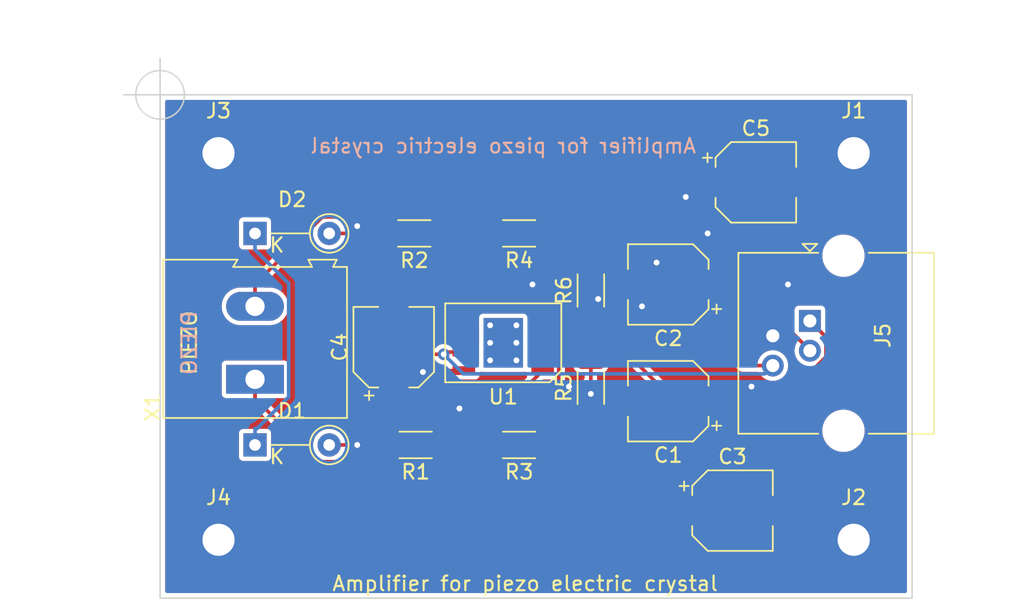
<source format=kicad_pcb>
(kicad_pcb (version 20171130) (host pcbnew 5.1.6-c6e7f7d~87~ubuntu20.04.1)

  (general
    (thickness 1.6)
    (drawings 19)
    (tracks 129)
    (zones 0)
    (modules 20)
    (nets 15)
  )

  (page A4)
  (layers
    (0 F.Cu mixed)
    (31 B.Cu mixed)
    (32 B.Adhes user)
    (33 F.Adhes user)
    (34 B.Paste user)
    (35 F.Paste user)
    (36 B.SilkS user)
    (37 F.SilkS user)
    (38 B.Mask user)
    (39 F.Mask user)
    (40 Dwgs.User user)
    (41 Cmts.User user)
    (42 Eco1.User user)
    (43 Eco2.User user)
    (44 Edge.Cuts user)
    (45 Margin user)
    (46 B.CrtYd user)
    (47 F.CrtYd user)
    (48 B.Fab user)
    (49 F.Fab user)
  )

  (setup
    (last_trace_width 0.25)
    (trace_clearance 0.2)
    (zone_clearance 0.508)
    (zone_45_only no)
    (trace_min 0.2)
    (via_size 0.8)
    (via_drill 0.4)
    (via_min_size 0.4)
    (via_min_drill 0.3)
    (uvia_size 0.3)
    (uvia_drill 0.1)
    (uvias_allowed no)
    (uvia_min_size 0.2)
    (uvia_min_drill 0.1)
    (edge_width 0.1)
    (segment_width 0.2)
    (pcb_text_width 0.3)
    (pcb_text_size 1.5 1.5)
    (mod_edge_width 0.15)
    (mod_text_size 1 1)
    (mod_text_width 0.15)
    (pad_size 2.71 3.4)
    (pad_drill 0)
    (pad_to_mask_clearance 0)
    (aux_axis_origin 98 115)
    (visible_elements FFFFFF7F)
    (pcbplotparams
      (layerselection 0x010fc_ffffffff)
      (usegerberextensions false)
      (usegerberattributes true)
      (usegerberadvancedattributes true)
      (creategerberjobfile true)
      (excludeedgelayer true)
      (linewidth 0.100000)
      (plotframeref false)
      (viasonmask false)
      (mode 1)
      (useauxorigin false)
      (hpglpennumber 1)
      (hpglpenspeed 20)
      (hpglpendiameter 15.000000)
      (psnegative false)
      (psa4output false)
      (plotreference true)
      (plotvalue true)
      (plotinvisibletext false)
      (padsonsilk false)
      (subtractmaskfromsilk false)
      (outputformat 1)
      (mirror false)
      (drillshape 0)
      (scaleselection 1)
      (outputdirectory "gerbers/"))
  )

  (net 0 "")
  (net 1 GND)
  (net 2 "Net-(C1-Pad1)")
  (net 3 VCC)
  (net 4 "Net-(C1-Pad2)")
  (net 5 "Net-(C2-Pad1)")
  (net 6 "Net-(C2-Pad2)")
  (net 7 "Net-(C3-Pad1)")
  (net 8 "Net-(R1-Pad2)")
  (net 9 "Net-(R2-Pad2)")
  (net 10 "Net-(R3-Pad1)")
  (net 11 "Net-(R4-Pad1)")
  (net 12 "Net-(D1-Pad2)")
  (net 13 "Net-(D1-Pad1)")
  (net 14 "Net-(D2-Pad2)")

  (net_class Default "This is the default net class."
    (clearance 0.2)
    (trace_width 0.25)
    (via_dia 0.8)
    (via_drill 0.4)
    (uvia_dia 0.3)
    (uvia_drill 0.1)
    (add_net GND)
    (add_net "Net-(C1-Pad1)")
    (add_net "Net-(C1-Pad2)")
    (add_net "Net-(C2-Pad1)")
    (add_net "Net-(C2-Pad2)")
    (add_net "Net-(C3-Pad1)")
    (add_net "Net-(D1-Pad1)")
    (add_net "Net-(D1-Pad2)")
    (add_net "Net-(D2-Pad2)")
    (add_net "Net-(R1-Pad2)")
    (add_net "Net-(R2-Pad2)")
    (add_net "Net-(R3-Pad1)")
    (add_net "Net-(R4-Pad1)")
    (add_net VCC)
  )

  (module piezo:DDA0008B (layer F.Cu) (tedit 5F25C320) (tstamp 5F2182AE)
    (at 121.5 132)
    (descr "Powerpad SOIC")
    (tags DDA0008B)
    (path /5F220FAE)
    (attr smd)
    (fp_text reference U1 (at 0 3.705 180) (layer F.SilkS)
      (effects (font (size 1 1) (thickness 0.15)))
    )
    (fp_text value LME49724 (at -5.08 0 90) (layer F.Fab)
      (effects (font (size 1 1) (thickness 0.15)))
    )
    (fp_line (start 3.975 1.905) (end 3.175 2.705) (layer F.SilkS) (width 0.12))
    (fp_line (start 3.175 2.705) (end -3.975 2.705) (layer F.SilkS) (width 0.12))
    (fp_line (start -3.975 2.705) (end -3.975 -2.705) (layer F.SilkS) (width 0.12))
    (fp_line (start -3.975 -2.705) (end 3.975 -2.705) (layer F.SilkS) (width 0.12))
    (fp_line (start 3.975 -2.705) (end 3.975 1.905) (layer F.SilkS) (width 0.12))
    (fp_line (start -3.72 2.46) (end -3.72 -2.46) (layer F.CrtYd) (width 0.05))
    (fp_line (start -3.72 -2.46) (end 3.72 -2.46) (layer F.CrtYd) (width 0.05))
    (fp_line (start 3.72 -2.46) (end 3.72 2.46) (layer F.CrtYd) (width 0.05))
    (fp_line (start 3.72 2.46) (end -3.72 2.46) (layer F.CrtYd) (width 0.05))
    (pad 9 smd rect (at 0 0) (size 2.71 3.4) (layers B.Cu F.Paste F.Mask))
    (pad 9 smd rect (at 0 0) (size 2.71 3.4) (layers F.Cu F.Paste F.Mask))
    (pad 4 smd rect (at 2.7 -1.905 90) (size 0.6 1.55) (layers F.Cu F.Paste F.Mask)
      (net 10 "Net-(R3-Pad1)"))
    (pad 5 smd rect (at -2.7 -1.905 90) (size 0.6 1.55) (layers F.Cu F.Paste F.Mask)
      (net 11 "Net-(R4-Pad1)"))
    (pad 3 smd rect (at 2.7 -0.635 90) (size 0.6 1.55) (layers F.Cu F.Paste F.Mask)
      (net 3 VCC))
    (pad 6 smd rect (at -2.7 -0.635 90) (size 0.6 1.55) (layers F.Cu F.Paste F.Mask)
      (net 1 GND))
    (pad 2 smd rect (at 2.7 0.635 90) (size 0.6 1.55) (layers F.Cu F.Paste F.Mask)
      (net 7 "Net-(C3-Pad1)"))
    (pad 7 smd rect (at -2.7 0.635 90) (size 0.6 1.55) (layers F.Cu F.Paste F.Mask)
      (net 3 VCC))
    (pad 1 smd rect (at 2.7 1.905 90) (size 0.6 1.55) (layers F.Cu F.Paste F.Mask)
      (net 12 "Net-(D1-Pad2)"))
    (pad 8 smd rect (at -2.7 1.905 90) (size 0.6 1.55) (layers F.Cu F.Paste F.Mask)
      (net 14 "Net-(D2-Pad2)"))
  )

  (module Capacitor_SMD:CP_Elec_5x5.9 (layer F.Cu) (tedit 5BCA39CF) (tstamp 5F1EBEC3)
    (at 132.8 136 180)
    (descr "SMD capacitor, aluminum electrolytic, Panasonic B6, 5.0x5.9mm")
    (tags "capacitor electrolytic")
    (path /5F26F275)
    (attr smd)
    (fp_text reference C1 (at 0 -3.7) (layer F.SilkS)
      (effects (font (size 1 1) (thickness 0.15)))
    )
    (fp_text value 10uF (at 0 3.7) (layer F.Fab)
      (effects (font (size 1 1) (thickness 0.15)))
    )
    (fp_line (start -3.95 1.05) (end -2.9 1.05) (layer F.CrtYd) (width 0.05))
    (fp_line (start -3.95 -1.05) (end -3.95 1.05) (layer F.CrtYd) (width 0.05))
    (fp_line (start -2.9 -1.05) (end -3.95 -1.05) (layer F.CrtYd) (width 0.05))
    (fp_line (start -2.9 1.05) (end -2.9 1.75) (layer F.CrtYd) (width 0.05))
    (fp_line (start -2.9 -1.75) (end -2.9 -1.05) (layer F.CrtYd) (width 0.05))
    (fp_line (start -2.9 -1.75) (end -1.75 -2.9) (layer F.CrtYd) (width 0.05))
    (fp_line (start -2.9 1.75) (end -1.75 2.9) (layer F.CrtYd) (width 0.05))
    (fp_line (start -1.75 -2.9) (end 2.9 -2.9) (layer F.CrtYd) (width 0.05))
    (fp_line (start -1.75 2.9) (end 2.9 2.9) (layer F.CrtYd) (width 0.05))
    (fp_line (start 2.9 1.05) (end 2.9 2.9) (layer F.CrtYd) (width 0.05))
    (fp_line (start 3.95 1.05) (end 2.9 1.05) (layer F.CrtYd) (width 0.05))
    (fp_line (start 3.95 -1.05) (end 3.95 1.05) (layer F.CrtYd) (width 0.05))
    (fp_line (start 2.9 -1.05) (end 3.95 -1.05) (layer F.CrtYd) (width 0.05))
    (fp_line (start 2.9 -2.9) (end 2.9 -1.05) (layer F.CrtYd) (width 0.05))
    (fp_line (start -3.3125 -1.9975) (end -3.3125 -1.3725) (layer F.SilkS) (width 0.12))
    (fp_line (start -3.625 -1.685) (end -3 -1.685) (layer F.SilkS) (width 0.12))
    (fp_line (start -2.76 1.695563) (end -1.695563 2.76) (layer F.SilkS) (width 0.12))
    (fp_line (start -2.76 -1.695563) (end -1.695563 -2.76) (layer F.SilkS) (width 0.12))
    (fp_line (start -2.76 -1.695563) (end -2.76 -1.06) (layer F.SilkS) (width 0.12))
    (fp_line (start -2.76 1.695563) (end -2.76 1.06) (layer F.SilkS) (width 0.12))
    (fp_line (start -1.695563 2.76) (end 2.76 2.76) (layer F.SilkS) (width 0.12))
    (fp_line (start -1.695563 -2.76) (end 2.76 -2.76) (layer F.SilkS) (width 0.12))
    (fp_line (start 2.76 -2.76) (end 2.76 -1.06) (layer F.SilkS) (width 0.12))
    (fp_line (start 2.76 2.76) (end 2.76 1.06) (layer F.SilkS) (width 0.12))
    (fp_line (start -1.783956 -1.45) (end -1.783956 -0.95) (layer F.Fab) (width 0.1))
    (fp_line (start -2.033956 -1.2) (end -1.533956 -1.2) (layer F.Fab) (width 0.1))
    (fp_line (start -2.65 1.65) (end -1.65 2.65) (layer F.Fab) (width 0.1))
    (fp_line (start -2.65 -1.65) (end -1.65 -2.65) (layer F.Fab) (width 0.1))
    (fp_line (start -2.65 -1.65) (end -2.65 1.65) (layer F.Fab) (width 0.1))
    (fp_line (start -1.65 2.65) (end 2.65 2.65) (layer F.Fab) (width 0.1))
    (fp_line (start -1.65 -2.65) (end 2.65 -2.65) (layer F.Fab) (width 0.1))
    (fp_line (start 2.65 -2.65) (end 2.65 2.65) (layer F.Fab) (width 0.1))
    (fp_circle (center 0 0) (end 2.5 0) (layer F.Fab) (width 0.1))
    (fp_text user %R (at 0 0) (layer F.Fab)
      (effects (font (size 1 1) (thickness 0.15)))
    )
    (pad 1 smd roundrect (at -2.2 0 180) (size 3 1.6) (layers F.Cu F.Paste F.Mask) (roundrect_rratio 0.15625)
      (net 2 "Net-(C1-Pad1)"))
    (pad 2 smd roundrect (at 2.2 0 180) (size 3 1.6) (layers F.Cu F.Paste F.Mask) (roundrect_rratio 0.15625)
      (net 4 "Net-(C1-Pad2)"))
    (model ${KISYS3DMOD}/Capacitor_SMD.3dshapes/CP_Elec_5x5.9.wrl
      (at (xyz 0 0 0))
      (scale (xyz 1 1 1))
      (rotate (xyz 0 0 0))
    )
  )

  (module Connector_RJ:RJ14_Connfly_DS1133-S4_Horizontal (layer F.Cu) (tedit 5E73C846) (tstamp 5F1EC679)
    (at 142.5 130.5 270)
    (descr "RJ14 connector 6P4C Horizontal http://www.connfly.com/userfiles/image/UpLoadFile/File/2012/10/26/DS1133.pdf")
    (tags "RJ14 connector 6P4C Connfly DS1133")
    (path /5F2F3AAF)
    (fp_text reference J5 (at 1 -5 270) (layer F.SilkS)
      (effects (font (size 1 1) (thickness 0.15)))
    )
    (fp_text value RJ14 (at 0.81 6.35 270) (layer F.Fab)
      (effects (font (size 1 1) (thickness 0.15)))
    )
    (fp_line (start 7.73 -8.5) (end 7.73 4.9) (layer F.Fab) (width 0.1))
    (fp_line (start 7.73 4.9) (end -4.67 4.9) (layer F.Fab) (width 0.1))
    (fp_line (start -4.67 4.9) (end -4.67 -8.5) (layer F.Fab) (width 0.1))
    (fp_line (start -4.67 -8.5) (end 7.73 -8.5) (layer F.Fab) (width 0.1))
    (fp_line (start 8.23 5.4) (end -5.17 5.4) (layer F.CrtYd) (width 0.05))
    (fp_line (start -5.17 -3.88) (end -5.17 -9) (layer F.CrtYd) (width 0.05))
    (fp_line (start -5.17 -9) (end 8.23 -9) (layer F.CrtYd) (width 0.05))
    (fp_line (start 8.23 -9) (end 8.23 -3.88) (layer F.CrtYd) (width 0.05))
    (fp_line (start 7.73 4.9) (end -4.67 4.9) (layer F.SilkS) (width 0.12))
    (fp_line (start -4.67 4.9) (end -4.67 -0.57) (layer F.SilkS) (width 0.12))
    (fp_line (start -4.67 -8.5) (end -4.67 -4.03) (layer F.SilkS) (width 0.12))
    (fp_line (start -4.67 -8.5) (end 7.73 -8.5) (layer F.SilkS) (width 0.12))
    (fp_line (start 7.73 -8.5) (end 7.73 -4.03) (layer F.SilkS) (width 0.12))
    (fp_line (start 7.73 -0.57) (end 7.73 4.9) (layer F.SilkS) (width 0.12))
    (fp_line (start -5.28 -0.5) (end -4.78 0) (layer F.SilkS) (width 0.12))
    (fp_line (start -4.78 0) (end -5.28 0.5) (layer F.SilkS) (width 0.12))
    (fp_line (start -5.28 0.5) (end -5.28 -0.5) (layer F.SilkS) (width 0.12))
    (fp_line (start -5.17 5.4) (end -5.17 -0.72) (layer F.CrtYd) (width 0.05))
    (fp_line (start 8.23 5.4) (end 8.23 -0.72) (layer F.CrtYd) (width 0.05))
    (fp_line (start -4.06 0) (end -4.57 0.5) (layer F.Fab) (width 0.1))
    (fp_line (start -4.57 -0.5) (end -4.06 0) (layer F.Fab) (width 0.1))
    (fp_arc (start 7.53 -2.3) (end 8.23 -0.72) (angle -132.2096772) (layer F.CrtYd) (width 0.05))
    (fp_arc (start -4.47 -2.3) (end -5.17 -3.88) (angle -132.2096772) (layer F.CrtYd) (width 0.05))
    (fp_text user %R (at 1.03 -5.22 270) (layer F.Fab)
      (effects (font (size 1 1) (thickness 0.15)))
    )
    (pad "" np_thru_hole circle (at -4.47 -2.3 90) (size 2.3 2.3) (drill 2.3) (layers *.Cu *.Mask))
    (pad 1 thru_hole rect (at 0 0 90) (size 1.5 1.5) (drill 0.9) (layers *.Cu *.Mask)
      (net 2 "Net-(C1-Pad1)"))
    (pad 2 thru_hole circle (at 1.02 2.54 90) (size 1.5 1.5) (drill 0.9) (layers *.Cu *.Mask)
      (net 1 GND))
    (pad 3 thru_hole circle (at 2.04 0 90) (size 1.5 1.5) (drill 0.9) (layers *.Cu *.Mask)
      (net 5 "Net-(C2-Pad1)"))
    (pad "" np_thru_hole circle (at 7.53 -2.3 90) (size 2.3 2.3) (drill 2.3) (layers *.Cu *.Mask))
    (pad 4 thru_hole circle (at 3.06 2.54 90) (size 1.5 1.5) (drill 0.9) (layers *.Cu *.Mask)
      (net 3 VCC))
    (model ${KISYS3DMOD}/Connector_RJ.3dshapes/RJ14_Connfly_DS1133-S4_Horizontal.wrl
      (at (xyz 0 0 0))
      (scale (xyz 1 1 1))
      (rotate (xyz 0 0 0))
    )
  )

  (module MountingHole:MountingHole_2.2mm_M2_DIN965_Pad (layer F.Cu) (tedit 56D1B4CB) (tstamp 5F2067D2)
    (at 145.5 119)
    (descr "Mounting Hole 2.2mm, M2, DIN965")
    (tags "mounting hole 2.2mm m2 din965")
    (path /5F20962C)
    (attr virtual)
    (fp_text reference J1 (at 0 -2.9) (layer F.SilkS)
      (effects (font (size 1 1) (thickness 0.15)))
    )
    (fp_text value "conn to ground" (at 0 2.9) (layer F.Fab)
      (effects (font (size 1 1) (thickness 0.15)))
    )
    (fp_circle (center 0 0) (end 2.15 0) (layer F.CrtYd) (width 0.05))
    (fp_circle (center 0 0) (end 1.9 0) (layer Cmts.User) (width 0.15))
    (fp_text user %R (at 0.3 0) (layer F.Fab)
      (effects (font (size 1 1) (thickness 0.15)))
    )
    (pad 1 thru_hole circle (at 0 0) (size 3.8 3.8) (drill 2.2) (layers *.Cu *.Mask)
      (net 1 GND))
  )

  (module MountingHole:MountingHole_2.2mm_M2_DIN965_Pad (layer F.Cu) (tedit 56D1B4CB) (tstamp 5F2067DA)
    (at 145.5 145.5)
    (descr "Mounting Hole 2.2mm, M2, DIN965")
    (tags "mounting hole 2.2mm m2 din965")
    (path /5F20A546)
    (attr virtual)
    (fp_text reference J2 (at 0 -2.9) (layer F.SilkS)
      (effects (font (size 1 1) (thickness 0.15)))
    )
    (fp_text value Conn_01x01_Female (at 0 2.9) (layer F.Fab)
      (effects (font (size 1 1) (thickness 0.15)))
    )
    (fp_circle (center 0 0) (end 1.9 0) (layer Cmts.User) (width 0.15))
    (fp_circle (center 0 0) (end 2.15 0) (layer F.CrtYd) (width 0.05))
    (fp_text user %R (at 0.3 0) (layer F.Fab)
      (effects (font (size 1 1) (thickness 0.15)))
    )
    (pad 1 thru_hole circle (at 0 0) (size 3.8 3.8) (drill 2.2) (layers *.Cu *.Mask)
      (net 1 GND))
  )

  (module MountingHole:MountingHole_2.2mm_M2_DIN965_Pad (layer F.Cu) (tedit 56D1B4CB) (tstamp 5F2067E2)
    (at 102 119)
    (descr "Mounting Hole 2.2mm, M2, DIN965")
    (tags "mounting hole 2.2mm m2 din965")
    (path /5F20AF03)
    (attr virtual)
    (fp_text reference J3 (at 0 -2.9) (layer F.SilkS)
      (effects (font (size 1 1) (thickness 0.15)))
    )
    (fp_text value Conn_01x01_Female (at 0 2.9) (layer F.Fab)
      (effects (font (size 1 1) (thickness 0.15)))
    )
    (fp_circle (center 0 0) (end 2.15 0) (layer F.CrtYd) (width 0.05))
    (fp_circle (center 0 0) (end 1.9 0) (layer Cmts.User) (width 0.15))
    (fp_text user %R (at 0.3 0) (layer F.Fab)
      (effects (font (size 1 1) (thickness 0.15)))
    )
    (pad 1 thru_hole circle (at 0 0) (size 3.8 3.8) (drill 2.2) (layers *.Cu *.Mask)
      (net 1 GND))
  )

  (module MountingHole:MountingHole_2.2mm_M2_DIN965_Pad (layer F.Cu) (tedit 56D1B4CB) (tstamp 5F2067EA)
    (at 102 145.5)
    (descr "Mounting Hole 2.2mm, M2, DIN965")
    (tags "mounting hole 2.2mm m2 din965")
    (path /5F20B32F)
    (attr virtual)
    (fp_text reference J4 (at 0 -2.9) (layer F.SilkS)
      (effects (font (size 1 1) (thickness 0.15)))
    )
    (fp_text value Conn_01x01_Female (at 0 2.9) (layer F.Fab)
      (effects (font (size 1 1) (thickness 0.15)))
    )
    (fp_circle (center 0 0) (end 1.9 0) (layer Cmts.User) (width 0.15))
    (fp_circle (center 0 0) (end 2.15 0) (layer F.CrtYd) (width 0.05))
    (fp_text user %R (at 0.3 0) (layer F.Fab)
      (effects (font (size 1 1) (thickness 0.15)))
    )
    (pad 1 thru_hole circle (at 0 0) (size 3.8 3.8) (drill 2.2) (layers *.Cu *.Mask)
      (net 1 GND))
  )

  (module Capacitor_SMD:CP_Elec_5x5.9 (layer F.Cu) (tedit 5BCA39CF) (tstamp 5F2181BA)
    (at 132.8 128 180)
    (descr "SMD capacitor, aluminum electrolytic, Panasonic B6, 5.0x5.9mm")
    (tags "capacitor electrolytic")
    (path /5F224A0D)
    (attr smd)
    (fp_text reference C2 (at 0 -3.7) (layer F.SilkS)
      (effects (font (size 1 1) (thickness 0.15)))
    )
    (fp_text value 10uF (at 0 3.7) (layer F.Fab)
      (effects (font (size 1 1) (thickness 0.15)))
    )
    (fp_circle (center 0 0) (end 2.5 0) (layer F.Fab) (width 0.1))
    (fp_line (start 2.65 -2.65) (end 2.65 2.65) (layer F.Fab) (width 0.1))
    (fp_line (start -1.65 -2.65) (end 2.65 -2.65) (layer F.Fab) (width 0.1))
    (fp_line (start -1.65 2.65) (end 2.65 2.65) (layer F.Fab) (width 0.1))
    (fp_line (start -2.65 -1.65) (end -2.65 1.65) (layer F.Fab) (width 0.1))
    (fp_line (start -2.65 -1.65) (end -1.65 -2.65) (layer F.Fab) (width 0.1))
    (fp_line (start -2.65 1.65) (end -1.65 2.65) (layer F.Fab) (width 0.1))
    (fp_line (start -2.033956 -1.2) (end -1.533956 -1.2) (layer F.Fab) (width 0.1))
    (fp_line (start -1.783956 -1.45) (end -1.783956 -0.95) (layer F.Fab) (width 0.1))
    (fp_line (start 2.76 2.76) (end 2.76 1.06) (layer F.SilkS) (width 0.12))
    (fp_line (start 2.76 -2.76) (end 2.76 -1.06) (layer F.SilkS) (width 0.12))
    (fp_line (start -1.695563 -2.76) (end 2.76 -2.76) (layer F.SilkS) (width 0.12))
    (fp_line (start -1.695563 2.76) (end 2.76 2.76) (layer F.SilkS) (width 0.12))
    (fp_line (start -2.76 1.695563) (end -2.76 1.06) (layer F.SilkS) (width 0.12))
    (fp_line (start -2.76 -1.695563) (end -2.76 -1.06) (layer F.SilkS) (width 0.12))
    (fp_line (start -2.76 -1.695563) (end -1.695563 -2.76) (layer F.SilkS) (width 0.12))
    (fp_line (start -2.76 1.695563) (end -1.695563 2.76) (layer F.SilkS) (width 0.12))
    (fp_line (start -3.625 -1.685) (end -3 -1.685) (layer F.SilkS) (width 0.12))
    (fp_line (start -3.3125 -1.9975) (end -3.3125 -1.3725) (layer F.SilkS) (width 0.12))
    (fp_line (start 2.9 -2.9) (end 2.9 -1.05) (layer F.CrtYd) (width 0.05))
    (fp_line (start 2.9 -1.05) (end 3.95 -1.05) (layer F.CrtYd) (width 0.05))
    (fp_line (start 3.95 -1.05) (end 3.95 1.05) (layer F.CrtYd) (width 0.05))
    (fp_line (start 3.95 1.05) (end 2.9 1.05) (layer F.CrtYd) (width 0.05))
    (fp_line (start 2.9 1.05) (end 2.9 2.9) (layer F.CrtYd) (width 0.05))
    (fp_line (start -1.75 2.9) (end 2.9 2.9) (layer F.CrtYd) (width 0.05))
    (fp_line (start -1.75 -2.9) (end 2.9 -2.9) (layer F.CrtYd) (width 0.05))
    (fp_line (start -2.9 1.75) (end -1.75 2.9) (layer F.CrtYd) (width 0.05))
    (fp_line (start -2.9 -1.75) (end -1.75 -2.9) (layer F.CrtYd) (width 0.05))
    (fp_line (start -2.9 -1.75) (end -2.9 -1.05) (layer F.CrtYd) (width 0.05))
    (fp_line (start -2.9 1.05) (end -2.9 1.75) (layer F.CrtYd) (width 0.05))
    (fp_line (start -2.9 -1.05) (end -3.95 -1.05) (layer F.CrtYd) (width 0.05))
    (fp_line (start -3.95 -1.05) (end -3.95 1.05) (layer F.CrtYd) (width 0.05))
    (fp_line (start -3.95 1.05) (end -2.9 1.05) (layer F.CrtYd) (width 0.05))
    (fp_text user %R (at 0 0) (layer F.Fab)
      (effects (font (size 1 1) (thickness 0.15)))
    )
    (pad 1 smd roundrect (at -2.2 0 180) (size 3 1.6) (layers F.Cu F.Paste F.Mask) (roundrect_rratio 0.15625)
      (net 5 "Net-(C2-Pad1)"))
    (pad 2 smd roundrect (at 2.2 0 180) (size 3 1.6) (layers F.Cu F.Paste F.Mask) (roundrect_rratio 0.15625)
      (net 6 "Net-(C2-Pad2)"))
    (model ${KISYS3DMOD}/Capacitor_SMD.3dshapes/CP_Elec_5x5.9.wrl
      (at (xyz 0 0 0))
      (scale (xyz 1 1 1))
      (rotate (xyz 0 0 0))
    )
  )

  (module Capacitor_SMD:CP_Elec_5x5.9 (layer F.Cu) (tedit 5BCA39CF) (tstamp 5F2181E2)
    (at 137.2 143.5)
    (descr "SMD capacitor, aluminum electrolytic, Panasonic B6, 5.0x5.9mm")
    (tags "capacitor electrolytic")
    (path /5F261B66)
    (attr smd)
    (fp_text reference C3 (at 0 -3.7) (layer F.SilkS)
      (effects (font (size 1 1) (thickness 0.15)))
    )
    (fp_text value 0.1uF (at 0 3.7) (layer F.Fab)
      (effects (font (size 1 1) (thickness 0.15)))
    )
    (fp_line (start -3.95 1.05) (end -2.9 1.05) (layer F.CrtYd) (width 0.05))
    (fp_line (start -3.95 -1.05) (end -3.95 1.05) (layer F.CrtYd) (width 0.05))
    (fp_line (start -2.9 -1.05) (end -3.95 -1.05) (layer F.CrtYd) (width 0.05))
    (fp_line (start -2.9 1.05) (end -2.9 1.75) (layer F.CrtYd) (width 0.05))
    (fp_line (start -2.9 -1.75) (end -2.9 -1.05) (layer F.CrtYd) (width 0.05))
    (fp_line (start -2.9 -1.75) (end -1.75 -2.9) (layer F.CrtYd) (width 0.05))
    (fp_line (start -2.9 1.75) (end -1.75 2.9) (layer F.CrtYd) (width 0.05))
    (fp_line (start -1.75 -2.9) (end 2.9 -2.9) (layer F.CrtYd) (width 0.05))
    (fp_line (start -1.75 2.9) (end 2.9 2.9) (layer F.CrtYd) (width 0.05))
    (fp_line (start 2.9 1.05) (end 2.9 2.9) (layer F.CrtYd) (width 0.05))
    (fp_line (start 3.95 1.05) (end 2.9 1.05) (layer F.CrtYd) (width 0.05))
    (fp_line (start 3.95 -1.05) (end 3.95 1.05) (layer F.CrtYd) (width 0.05))
    (fp_line (start 2.9 -1.05) (end 3.95 -1.05) (layer F.CrtYd) (width 0.05))
    (fp_line (start 2.9 -2.9) (end 2.9 -1.05) (layer F.CrtYd) (width 0.05))
    (fp_line (start -3.3125 -1.9975) (end -3.3125 -1.3725) (layer F.SilkS) (width 0.12))
    (fp_line (start -3.625 -1.685) (end -3 -1.685) (layer F.SilkS) (width 0.12))
    (fp_line (start -2.76 1.695563) (end -1.695563 2.76) (layer F.SilkS) (width 0.12))
    (fp_line (start -2.76 -1.695563) (end -1.695563 -2.76) (layer F.SilkS) (width 0.12))
    (fp_line (start -2.76 -1.695563) (end -2.76 -1.06) (layer F.SilkS) (width 0.12))
    (fp_line (start -2.76 1.695563) (end -2.76 1.06) (layer F.SilkS) (width 0.12))
    (fp_line (start -1.695563 2.76) (end 2.76 2.76) (layer F.SilkS) (width 0.12))
    (fp_line (start -1.695563 -2.76) (end 2.76 -2.76) (layer F.SilkS) (width 0.12))
    (fp_line (start 2.76 -2.76) (end 2.76 -1.06) (layer F.SilkS) (width 0.12))
    (fp_line (start 2.76 2.76) (end 2.76 1.06) (layer F.SilkS) (width 0.12))
    (fp_line (start -1.783956 -1.45) (end -1.783956 -0.95) (layer F.Fab) (width 0.1))
    (fp_line (start -2.033956 -1.2) (end -1.533956 -1.2) (layer F.Fab) (width 0.1))
    (fp_line (start -2.65 1.65) (end -1.65 2.65) (layer F.Fab) (width 0.1))
    (fp_line (start -2.65 -1.65) (end -1.65 -2.65) (layer F.Fab) (width 0.1))
    (fp_line (start -2.65 -1.65) (end -2.65 1.65) (layer F.Fab) (width 0.1))
    (fp_line (start -1.65 2.65) (end 2.65 2.65) (layer F.Fab) (width 0.1))
    (fp_line (start -1.65 -2.65) (end 2.65 -2.65) (layer F.Fab) (width 0.1))
    (fp_line (start 2.65 -2.65) (end 2.65 2.65) (layer F.Fab) (width 0.1))
    (fp_circle (center 0 0) (end 2.5 0) (layer F.Fab) (width 0.1))
    (fp_text user %R (at 0 0) (layer F.Fab)
      (effects (font (size 1 1) (thickness 0.15)))
    )
    (pad 2 smd roundrect (at 2.2 0) (size 3 1.6) (layers F.Cu F.Paste F.Mask) (roundrect_rratio 0.15625)
      (net 1 GND))
    (pad 1 smd roundrect (at -2.2 0) (size 3 1.6) (layers F.Cu F.Paste F.Mask) (roundrect_rratio 0.15625)
      (net 7 "Net-(C3-Pad1)"))
    (model ${KISYS3DMOD}/Capacitor_SMD.3dshapes/CP_Elec_5x5.9.wrl
      (at (xyz 0 0 0))
      (scale (xyz 1 1 1))
      (rotate (xyz 0 0 0))
    )
  )

  (module Capacitor_SMD:CP_Elec_5x5.9 (layer F.Cu) (tedit 5BCA39CF) (tstamp 5F21820A)
    (at 114 132.3 90)
    (descr "SMD capacitor, aluminum electrolytic, Panasonic B6, 5.0x5.9mm")
    (tags "capacitor electrolytic")
    (path /5F264257)
    (attr smd)
    (fp_text reference C4 (at 0 -3.7 90) (layer F.SilkS)
      (effects (font (size 1 1) (thickness 0.15)))
    )
    (fp_text value 0.1uF (at 0 3.7 90) (layer F.Fab)
      (effects (font (size 1 1) (thickness 0.15)))
    )
    (fp_circle (center 0 0) (end 2.5 0) (layer F.Fab) (width 0.1))
    (fp_line (start 2.65 -2.65) (end 2.65 2.65) (layer F.Fab) (width 0.1))
    (fp_line (start -1.65 -2.65) (end 2.65 -2.65) (layer F.Fab) (width 0.1))
    (fp_line (start -1.65 2.65) (end 2.65 2.65) (layer F.Fab) (width 0.1))
    (fp_line (start -2.65 -1.65) (end -2.65 1.65) (layer F.Fab) (width 0.1))
    (fp_line (start -2.65 -1.65) (end -1.65 -2.65) (layer F.Fab) (width 0.1))
    (fp_line (start -2.65 1.65) (end -1.65 2.65) (layer F.Fab) (width 0.1))
    (fp_line (start -2.033956 -1.2) (end -1.533956 -1.2) (layer F.Fab) (width 0.1))
    (fp_line (start -1.783956 -1.45) (end -1.783956 -0.95) (layer F.Fab) (width 0.1))
    (fp_line (start 2.76 2.76) (end 2.76 1.06) (layer F.SilkS) (width 0.12))
    (fp_line (start 2.76 -2.76) (end 2.76 -1.06) (layer F.SilkS) (width 0.12))
    (fp_line (start -1.695563 -2.76) (end 2.76 -2.76) (layer F.SilkS) (width 0.12))
    (fp_line (start -1.695563 2.76) (end 2.76 2.76) (layer F.SilkS) (width 0.12))
    (fp_line (start -2.76 1.695563) (end -2.76 1.06) (layer F.SilkS) (width 0.12))
    (fp_line (start -2.76 -1.695563) (end -2.76 -1.06) (layer F.SilkS) (width 0.12))
    (fp_line (start -2.76 -1.695563) (end -1.695563 -2.76) (layer F.SilkS) (width 0.12))
    (fp_line (start -2.76 1.695563) (end -1.695563 2.76) (layer F.SilkS) (width 0.12))
    (fp_line (start -3.625 -1.685) (end -3 -1.685) (layer F.SilkS) (width 0.12))
    (fp_line (start -3.3125 -1.9975) (end -3.3125 -1.3725) (layer F.SilkS) (width 0.12))
    (fp_line (start 2.9 -2.9) (end 2.9 -1.05) (layer F.CrtYd) (width 0.05))
    (fp_line (start 2.9 -1.05) (end 3.95 -1.05) (layer F.CrtYd) (width 0.05))
    (fp_line (start 3.95 -1.05) (end 3.95 1.05) (layer F.CrtYd) (width 0.05))
    (fp_line (start 3.95 1.05) (end 2.9 1.05) (layer F.CrtYd) (width 0.05))
    (fp_line (start 2.9 1.05) (end 2.9 2.9) (layer F.CrtYd) (width 0.05))
    (fp_line (start -1.75 2.9) (end 2.9 2.9) (layer F.CrtYd) (width 0.05))
    (fp_line (start -1.75 -2.9) (end 2.9 -2.9) (layer F.CrtYd) (width 0.05))
    (fp_line (start -2.9 1.75) (end -1.75 2.9) (layer F.CrtYd) (width 0.05))
    (fp_line (start -2.9 -1.75) (end -1.75 -2.9) (layer F.CrtYd) (width 0.05))
    (fp_line (start -2.9 -1.75) (end -2.9 -1.05) (layer F.CrtYd) (width 0.05))
    (fp_line (start -2.9 1.05) (end -2.9 1.75) (layer F.CrtYd) (width 0.05))
    (fp_line (start -2.9 -1.05) (end -3.95 -1.05) (layer F.CrtYd) (width 0.05))
    (fp_line (start -3.95 -1.05) (end -3.95 1.05) (layer F.CrtYd) (width 0.05))
    (fp_line (start -3.95 1.05) (end -2.9 1.05) (layer F.CrtYd) (width 0.05))
    (fp_text user %R (at 0 0 90) (layer F.Fab)
      (effects (font (size 1 1) (thickness 0.15)))
    )
    (pad 1 smd roundrect (at -2.2 0 90) (size 3 1.6) (layers F.Cu F.Paste F.Mask) (roundrect_rratio 0.15625)
      (net 3 VCC))
    (pad 2 smd roundrect (at 2.2 0 90) (size 3 1.6) (layers F.Cu F.Paste F.Mask) (roundrect_rratio 0.15625)
      (net 1 GND))
    (model ${KISYS3DMOD}/Capacitor_SMD.3dshapes/CP_Elec_5x5.9.wrl
      (at (xyz 0 0 0))
      (scale (xyz 1 1 1))
      (rotate (xyz 0 0 0))
    )
  )

  (module Capacitor_SMD:CP_Elec_5x5.9 (layer F.Cu) (tedit 5BCA39CF) (tstamp 5F218232)
    (at 138.8 121)
    (descr "SMD capacitor, aluminum electrolytic, Panasonic B6, 5.0x5.9mm")
    (tags "capacitor electrolytic")
    (path /5F26511E)
    (attr smd)
    (fp_text reference C5 (at 0 -3.7) (layer F.SilkS)
      (effects (font (size 1 1) (thickness 0.15)))
    )
    (fp_text value 10uF (at 0 3.7) (layer F.Fab)
      (effects (font (size 1 1) (thickness 0.15)))
    )
    (fp_line (start -3.95 1.05) (end -2.9 1.05) (layer F.CrtYd) (width 0.05))
    (fp_line (start -3.95 -1.05) (end -3.95 1.05) (layer F.CrtYd) (width 0.05))
    (fp_line (start -2.9 -1.05) (end -3.95 -1.05) (layer F.CrtYd) (width 0.05))
    (fp_line (start -2.9 1.05) (end -2.9 1.75) (layer F.CrtYd) (width 0.05))
    (fp_line (start -2.9 -1.75) (end -2.9 -1.05) (layer F.CrtYd) (width 0.05))
    (fp_line (start -2.9 -1.75) (end -1.75 -2.9) (layer F.CrtYd) (width 0.05))
    (fp_line (start -2.9 1.75) (end -1.75 2.9) (layer F.CrtYd) (width 0.05))
    (fp_line (start -1.75 -2.9) (end 2.9 -2.9) (layer F.CrtYd) (width 0.05))
    (fp_line (start -1.75 2.9) (end 2.9 2.9) (layer F.CrtYd) (width 0.05))
    (fp_line (start 2.9 1.05) (end 2.9 2.9) (layer F.CrtYd) (width 0.05))
    (fp_line (start 3.95 1.05) (end 2.9 1.05) (layer F.CrtYd) (width 0.05))
    (fp_line (start 3.95 -1.05) (end 3.95 1.05) (layer F.CrtYd) (width 0.05))
    (fp_line (start 2.9 -1.05) (end 3.95 -1.05) (layer F.CrtYd) (width 0.05))
    (fp_line (start 2.9 -2.9) (end 2.9 -1.05) (layer F.CrtYd) (width 0.05))
    (fp_line (start -3.3125 -1.9975) (end -3.3125 -1.3725) (layer F.SilkS) (width 0.12))
    (fp_line (start -3.625 -1.685) (end -3 -1.685) (layer F.SilkS) (width 0.12))
    (fp_line (start -2.76 1.695563) (end -1.695563 2.76) (layer F.SilkS) (width 0.12))
    (fp_line (start -2.76 -1.695563) (end -1.695563 -2.76) (layer F.SilkS) (width 0.12))
    (fp_line (start -2.76 -1.695563) (end -2.76 -1.06) (layer F.SilkS) (width 0.12))
    (fp_line (start -2.76 1.695563) (end -2.76 1.06) (layer F.SilkS) (width 0.12))
    (fp_line (start -1.695563 2.76) (end 2.76 2.76) (layer F.SilkS) (width 0.12))
    (fp_line (start -1.695563 -2.76) (end 2.76 -2.76) (layer F.SilkS) (width 0.12))
    (fp_line (start 2.76 -2.76) (end 2.76 -1.06) (layer F.SilkS) (width 0.12))
    (fp_line (start 2.76 2.76) (end 2.76 1.06) (layer F.SilkS) (width 0.12))
    (fp_line (start -1.783956 -1.45) (end -1.783956 -0.95) (layer F.Fab) (width 0.1))
    (fp_line (start -2.033956 -1.2) (end -1.533956 -1.2) (layer F.Fab) (width 0.1))
    (fp_line (start -2.65 1.65) (end -1.65 2.65) (layer F.Fab) (width 0.1))
    (fp_line (start -2.65 -1.65) (end -1.65 -2.65) (layer F.Fab) (width 0.1))
    (fp_line (start -2.65 -1.65) (end -2.65 1.65) (layer F.Fab) (width 0.1))
    (fp_line (start -1.65 2.65) (end 2.65 2.65) (layer F.Fab) (width 0.1))
    (fp_line (start -1.65 -2.65) (end 2.65 -2.65) (layer F.Fab) (width 0.1))
    (fp_line (start 2.65 -2.65) (end 2.65 2.65) (layer F.Fab) (width 0.1))
    (fp_circle (center 0 0) (end 2.5 0) (layer F.Fab) (width 0.1))
    (fp_text user %R (at 0 0) (layer F.Fab)
      (effects (font (size 1 1) (thickness 0.15)))
    )
    (pad 2 smd roundrect (at 2.2 0) (size 3 1.6) (layers F.Cu F.Paste F.Mask) (roundrect_rratio 0.15625)
      (net 1 GND))
    (pad 1 smd roundrect (at -2.2 0) (size 3 1.6) (layers F.Cu F.Paste F.Mask) (roundrect_rratio 0.15625)
      (net 3 VCC))
    (model ${KISYS3DMOD}/Capacitor_SMD.3dshapes/CP_Elec_5x5.9.wrl
      (at (xyz 0 0 0))
      (scale (xyz 1 1 1))
      (rotate (xyz 0 0 0))
    )
  )

  (module Resistor_SMD:R_1806_4516Metric_Pad1.57x1.80mm_HandSolder (layer F.Cu) (tedit 5B301BBD) (tstamp 5F218243)
    (at 115.5 139 180)
    (descr "Resistor SMD 1806 (4516 Metric), square (rectangular) end terminal, IPC_7351 nominal with elongated pad for handsoldering. (Body size source: https://www.modelithics.com/models/Vendor/MuRata/BLM41P.pdf), generated with kicad-footprint-generator")
    (tags "resistor handsolder")
    (path /5F22D8C5)
    (attr smd)
    (fp_text reference R1 (at 0 -1.85) (layer F.SilkS)
      (effects (font (size 1 1) (thickness 0.15)))
    )
    (fp_text value 100 (at 0 1.85) (layer F.Fab)
      (effects (font (size 1 1) (thickness 0.15)))
    )
    (fp_line (start 3.12 1.15) (end -3.12 1.15) (layer F.CrtYd) (width 0.05))
    (fp_line (start 3.12 -1.15) (end 3.12 1.15) (layer F.CrtYd) (width 0.05))
    (fp_line (start -3.12 -1.15) (end 3.12 -1.15) (layer F.CrtYd) (width 0.05))
    (fp_line (start -3.12 1.15) (end -3.12 -1.15) (layer F.CrtYd) (width 0.05))
    (fp_line (start -1.111252 0.91) (end 1.111252 0.91) (layer F.SilkS) (width 0.12))
    (fp_line (start -1.111252 -0.91) (end 1.111252 -0.91) (layer F.SilkS) (width 0.12))
    (fp_line (start 2.25 0.8) (end -2.25 0.8) (layer F.Fab) (width 0.1))
    (fp_line (start 2.25 -0.8) (end 2.25 0.8) (layer F.Fab) (width 0.1))
    (fp_line (start -2.25 -0.8) (end 2.25 -0.8) (layer F.Fab) (width 0.1))
    (fp_line (start -2.25 0.8) (end -2.25 -0.8) (layer F.Fab) (width 0.1))
    (fp_text user %R (at 0 0) (layer F.Fab)
      (effects (font (size 1 1) (thickness 0.15)))
    )
    (pad 2 smd roundrect (at 2.0875 0 180) (size 1.575 1.8) (layers F.Cu F.Paste F.Mask) (roundrect_rratio 0.15873)
      (net 8 "Net-(R1-Pad2)"))
    (pad 1 smd roundrect (at -2.0875 0 180) (size 1.575 1.8) (layers F.Cu F.Paste F.Mask) (roundrect_rratio 0.15873)
      (net 12 "Net-(D1-Pad2)"))
    (model ${KISYS3DMOD}/Resistor_SMD.3dshapes/R_1806_4516Metric.wrl
      (at (xyz 0 0 0))
      (scale (xyz 1 1 1))
      (rotate (xyz 0 0 0))
    )
  )

  (module Resistor_SMD:R_1806_4516Metric_Pad1.57x1.80mm_HandSolder (layer F.Cu) (tedit 5B301BBD) (tstamp 5F218254)
    (at 115.412 124.5 180)
    (descr "Resistor SMD 1806 (4516 Metric), square (rectangular) end terminal, IPC_7351 nominal with elongated pad for handsoldering. (Body size source: https://www.modelithics.com/models/Vendor/MuRata/BLM41P.pdf), generated with kicad-footprint-generator")
    (tags "resistor handsolder")
    (path /5F22E303)
    (attr smd)
    (fp_text reference R2 (at 0 -1.85) (layer F.SilkS)
      (effects (font (size 1 1) (thickness 0.15)))
    )
    (fp_text value 100 (at 0 1.85) (layer F.Fab)
      (effects (font (size 1 1) (thickness 0.15)))
    )
    (fp_line (start -2.25 0.8) (end -2.25 -0.8) (layer F.Fab) (width 0.1))
    (fp_line (start -2.25 -0.8) (end 2.25 -0.8) (layer F.Fab) (width 0.1))
    (fp_line (start 2.25 -0.8) (end 2.25 0.8) (layer F.Fab) (width 0.1))
    (fp_line (start 2.25 0.8) (end -2.25 0.8) (layer F.Fab) (width 0.1))
    (fp_line (start -1.111252 -0.91) (end 1.111252 -0.91) (layer F.SilkS) (width 0.12))
    (fp_line (start -1.111252 0.91) (end 1.111252 0.91) (layer F.SilkS) (width 0.12))
    (fp_line (start -3.12 1.15) (end -3.12 -1.15) (layer F.CrtYd) (width 0.05))
    (fp_line (start -3.12 -1.15) (end 3.12 -1.15) (layer F.CrtYd) (width 0.05))
    (fp_line (start 3.12 -1.15) (end 3.12 1.15) (layer F.CrtYd) (width 0.05))
    (fp_line (start 3.12 1.15) (end -3.12 1.15) (layer F.CrtYd) (width 0.05))
    (fp_text user %R (at 0 0) (layer F.Fab)
      (effects (font (size 1 1) (thickness 0.15)))
    )
    (pad 1 smd roundrect (at -2.0875 0 180) (size 1.575 1.8) (layers F.Cu F.Paste F.Mask) (roundrect_rratio 0.15873)
      (net 14 "Net-(D2-Pad2)"))
    (pad 2 smd roundrect (at 2.0875 0 180) (size 1.575 1.8) (layers F.Cu F.Paste F.Mask) (roundrect_rratio 0.15873)
      (net 9 "Net-(R2-Pad2)"))
    (model ${KISYS3DMOD}/Resistor_SMD.3dshapes/R_1806_4516Metric.wrl
      (at (xyz 0 0 0))
      (scale (xyz 1 1 1))
      (rotate (xyz 0 0 0))
    )
  )

  (module Resistor_SMD:R_1806_4516Metric_Pad1.57x1.80mm_HandSolder (layer F.Cu) (tedit 5B301BBD) (tstamp 5F218265)
    (at 122.588 139 180)
    (descr "Resistor SMD 1806 (4516 Metric), square (rectangular) end terminal, IPC_7351 nominal with elongated pad for handsoldering. (Body size source: https://www.modelithics.com/models/Vendor/MuRata/BLM41P.pdf), generated with kicad-footprint-generator")
    (tags "resistor handsolder")
    (path /5F22E995)
    (attr smd)
    (fp_text reference R3 (at 0 -1.85) (layer F.SilkS)
      (effects (font (size 1 1) (thickness 0.15)))
    )
    (fp_text value 10K (at 0 1.85) (layer F.Fab)
      (effects (font (size 1 1) (thickness 0.15)))
    )
    (fp_line (start 3.12 1.15) (end -3.12 1.15) (layer F.CrtYd) (width 0.05))
    (fp_line (start 3.12 -1.15) (end 3.12 1.15) (layer F.CrtYd) (width 0.05))
    (fp_line (start -3.12 -1.15) (end 3.12 -1.15) (layer F.CrtYd) (width 0.05))
    (fp_line (start -3.12 1.15) (end -3.12 -1.15) (layer F.CrtYd) (width 0.05))
    (fp_line (start -1.111252 0.91) (end 1.111252 0.91) (layer F.SilkS) (width 0.12))
    (fp_line (start -1.111252 -0.91) (end 1.111252 -0.91) (layer F.SilkS) (width 0.12))
    (fp_line (start 2.25 0.8) (end -2.25 0.8) (layer F.Fab) (width 0.1))
    (fp_line (start 2.25 -0.8) (end 2.25 0.8) (layer F.Fab) (width 0.1))
    (fp_line (start -2.25 -0.8) (end 2.25 -0.8) (layer F.Fab) (width 0.1))
    (fp_line (start -2.25 0.8) (end -2.25 -0.8) (layer F.Fab) (width 0.1))
    (fp_text user %R (at 0 0) (layer F.Fab)
      (effects (font (size 1 1) (thickness 0.15)))
    )
    (pad 2 smd roundrect (at 2.0875 0 180) (size 1.575 1.8) (layers F.Cu F.Paste F.Mask) (roundrect_rratio 0.15873)
      (net 12 "Net-(D1-Pad2)"))
    (pad 1 smd roundrect (at -2.0875 0 180) (size 1.575 1.8) (layers F.Cu F.Paste F.Mask) (roundrect_rratio 0.15873)
      (net 10 "Net-(R3-Pad1)"))
    (model ${KISYS3DMOD}/Resistor_SMD.3dshapes/R_1806_4516Metric.wrl
      (at (xyz 0 0 0))
      (scale (xyz 1 1 1))
      (rotate (xyz 0 0 0))
    )
  )

  (module Resistor_SMD:R_1806_4516Metric_Pad1.57x1.80mm_HandSolder (layer F.Cu) (tedit 5B301BBD) (tstamp 5F218276)
    (at 122.588 124.5 180)
    (descr "Resistor SMD 1806 (4516 Metric), square (rectangular) end terminal, IPC_7351 nominal with elongated pad for handsoldering. (Body size source: https://www.modelithics.com/models/Vendor/MuRata/BLM41P.pdf), generated with kicad-footprint-generator")
    (tags "resistor handsolder")
    (path /5F24BA54)
    (attr smd)
    (fp_text reference R4 (at 0 -1.85) (layer F.SilkS)
      (effects (font (size 1 1) (thickness 0.15)))
    )
    (fp_text value 10K (at 0 1.85) (layer F.Fab)
      (effects (font (size 1 1) (thickness 0.15)))
    )
    (fp_line (start -2.25 0.8) (end -2.25 -0.8) (layer F.Fab) (width 0.1))
    (fp_line (start -2.25 -0.8) (end 2.25 -0.8) (layer F.Fab) (width 0.1))
    (fp_line (start 2.25 -0.8) (end 2.25 0.8) (layer F.Fab) (width 0.1))
    (fp_line (start 2.25 0.8) (end -2.25 0.8) (layer F.Fab) (width 0.1))
    (fp_line (start -1.111252 -0.91) (end 1.111252 -0.91) (layer F.SilkS) (width 0.12))
    (fp_line (start -1.111252 0.91) (end 1.111252 0.91) (layer F.SilkS) (width 0.12))
    (fp_line (start -3.12 1.15) (end -3.12 -1.15) (layer F.CrtYd) (width 0.05))
    (fp_line (start -3.12 -1.15) (end 3.12 -1.15) (layer F.CrtYd) (width 0.05))
    (fp_line (start 3.12 -1.15) (end 3.12 1.15) (layer F.CrtYd) (width 0.05))
    (fp_line (start 3.12 1.15) (end -3.12 1.15) (layer F.CrtYd) (width 0.05))
    (fp_text user %R (at 0 0) (layer F.Fab)
      (effects (font (size 1 1) (thickness 0.15)))
    )
    (pad 1 smd roundrect (at -2.0875 0 180) (size 1.575 1.8) (layers F.Cu F.Paste F.Mask) (roundrect_rratio 0.15873)
      (net 11 "Net-(R4-Pad1)"))
    (pad 2 smd roundrect (at 2.0875 0 180) (size 1.575 1.8) (layers F.Cu F.Paste F.Mask) (roundrect_rratio 0.15873)
      (net 14 "Net-(D2-Pad2)"))
    (model ${KISYS3DMOD}/Resistor_SMD.3dshapes/R_1806_4516Metric.wrl
      (at (xyz 0 0 0))
      (scale (xyz 1 1 1))
      (rotate (xyz 0 0 0))
    )
  )

  (module Resistor_SMD:R_1806_4516Metric_Pad1.57x1.80mm_HandSolder (layer F.Cu) (tedit 5B301BBD) (tstamp 5F218287)
    (at 127.5 135.088 90)
    (descr "Resistor SMD 1806 (4516 Metric), square (rectangular) end terminal, IPC_7351 nominal with elongated pad for handsoldering. (Body size source: https://www.modelithics.com/models/Vendor/MuRata/BLM41P.pdf), generated with kicad-footprint-generator")
    (tags "resistor handsolder")
    (path /5F227648)
    (attr smd)
    (fp_text reference R5 (at 0 -1.85 90) (layer F.SilkS)
      (effects (font (size 1 1) (thickness 0.15)))
    )
    (fp_text value 470 (at 0 1.85 90) (layer F.Fab)
      (effects (font (size 1 1) (thickness 0.15)))
    )
    (fp_line (start 3.12 1.15) (end -3.12 1.15) (layer F.CrtYd) (width 0.05))
    (fp_line (start 3.12 -1.15) (end 3.12 1.15) (layer F.CrtYd) (width 0.05))
    (fp_line (start -3.12 -1.15) (end 3.12 -1.15) (layer F.CrtYd) (width 0.05))
    (fp_line (start -3.12 1.15) (end -3.12 -1.15) (layer F.CrtYd) (width 0.05))
    (fp_line (start -1.111252 0.91) (end 1.111252 0.91) (layer F.SilkS) (width 0.12))
    (fp_line (start -1.111252 -0.91) (end 1.111252 -0.91) (layer F.SilkS) (width 0.12))
    (fp_line (start 2.25 0.8) (end -2.25 0.8) (layer F.Fab) (width 0.1))
    (fp_line (start 2.25 -0.8) (end 2.25 0.8) (layer F.Fab) (width 0.1))
    (fp_line (start -2.25 -0.8) (end 2.25 -0.8) (layer F.Fab) (width 0.1))
    (fp_line (start -2.25 0.8) (end -2.25 -0.8) (layer F.Fab) (width 0.1))
    (fp_text user %R (at 0 0 90) (layer F.Fab)
      (effects (font (size 1 1) (thickness 0.15)))
    )
    (pad 2 smd roundrect (at 2.0875 0 90) (size 1.575 1.8) (layers F.Cu F.Paste F.Mask) (roundrect_rratio 0.15873)
      (net 10 "Net-(R3-Pad1)"))
    (pad 1 smd roundrect (at -2.0875 0 90) (size 1.575 1.8) (layers F.Cu F.Paste F.Mask) (roundrect_rratio 0.15873)
      (net 4 "Net-(C1-Pad2)"))
    (model ${KISYS3DMOD}/Resistor_SMD.3dshapes/R_1806_4516Metric.wrl
      (at (xyz 0 0 0))
      (scale (xyz 1 1 1))
      (rotate (xyz 0 0 0))
    )
  )

  (module Resistor_SMD:R_1806_4516Metric_Pad1.57x1.80mm_HandSolder (layer F.Cu) (tedit 5B301BBD) (tstamp 5F218298)
    (at 127.5 128.412 90)
    (descr "Resistor SMD 1806 (4516 Metric), square (rectangular) end terminal, IPC_7351 nominal with elongated pad for handsoldering. (Body size source: https://www.modelithics.com/models/Vendor/MuRata/BLM41P.pdf), generated with kicad-footprint-generator")
    (tags "resistor handsolder")
    (path /5F2288BC)
    (attr smd)
    (fp_text reference R6 (at 0 -1.85 90) (layer F.SilkS)
      (effects (font (size 1 1) (thickness 0.15)))
    )
    (fp_text value 470 (at 0 1.85 90) (layer F.Fab)
      (effects (font (size 1 1) (thickness 0.15)))
    )
    (fp_line (start -2.25 0.8) (end -2.25 -0.8) (layer F.Fab) (width 0.1))
    (fp_line (start -2.25 -0.8) (end 2.25 -0.8) (layer F.Fab) (width 0.1))
    (fp_line (start 2.25 -0.8) (end 2.25 0.8) (layer F.Fab) (width 0.1))
    (fp_line (start 2.25 0.8) (end -2.25 0.8) (layer F.Fab) (width 0.1))
    (fp_line (start -1.111252 -0.91) (end 1.111252 -0.91) (layer F.SilkS) (width 0.12))
    (fp_line (start -1.111252 0.91) (end 1.111252 0.91) (layer F.SilkS) (width 0.12))
    (fp_line (start -3.12 1.15) (end -3.12 -1.15) (layer F.CrtYd) (width 0.05))
    (fp_line (start -3.12 -1.15) (end 3.12 -1.15) (layer F.CrtYd) (width 0.05))
    (fp_line (start 3.12 -1.15) (end 3.12 1.15) (layer F.CrtYd) (width 0.05))
    (fp_line (start 3.12 1.15) (end -3.12 1.15) (layer F.CrtYd) (width 0.05))
    (fp_text user %R (at 0 0 90) (layer F.Fab)
      (effects (font (size 1 1) (thickness 0.15)))
    )
    (pad 1 smd roundrect (at -2.0875 0 90) (size 1.575 1.8) (layers F.Cu F.Paste F.Mask) (roundrect_rratio 0.15873)
      (net 6 "Net-(C2-Pad2)"))
    (pad 2 smd roundrect (at 2.0875 0 90) (size 1.575 1.8) (layers F.Cu F.Paste F.Mask) (roundrect_rratio 0.15873)
      (net 11 "Net-(R4-Pad1)"))
    (model ${KISYS3DMOD}/Resistor_SMD.3dshapes/R_1806_4516Metric.wrl
      (at (xyz 0 0 0))
      (scale (xyz 1 1 1))
      (rotate (xyz 0 0 0))
    )
  )

  (module TerminalBlock:TerminalBlock_Altech_AK300-2_P5.00mm (layer F.Cu) (tedit 59FF0306) (tstamp 5F21A56A)
    (at 104.5 134.5 90)
    (descr "Altech AK300 terminal block, pitch 5.0mm, 45 degree angled, see http://www.mouser.com/ds/2/16/PCBMETRC-24178.pdf")
    (tags "Altech AK300 terminal block pitch 5.0mm")
    (path /5F2DC51B)
    (fp_text reference X1 (at -1.92 -6.99 90) (layer F.SilkS)
      (effects (font (size 1 1) (thickness 0.15)))
    )
    (fp_text value Piezo (at 2.78 7.75 90) (layer F.Fab)
      (effects (font (size 1 1) (thickness 0.15)))
    )
    (fp_line (start -2.65 -6.3) (end -2.65 6.3) (layer F.SilkS) (width 0.12))
    (fp_line (start -2.65 6.3) (end 7.7 6.3) (layer F.SilkS) (width 0.12))
    (fp_line (start 7.7 6.3) (end 7.7 5.35) (layer F.SilkS) (width 0.12))
    (fp_line (start 7.7 5.35) (end 8.2 5.6) (layer F.SilkS) (width 0.12))
    (fp_line (start 8.2 5.6) (end 8.2 3.7) (layer F.SilkS) (width 0.12))
    (fp_line (start 8.2 3.7) (end 8.2 3.65) (layer F.SilkS) (width 0.12))
    (fp_line (start 8.2 3.65) (end 7.7 3.9) (layer F.SilkS) (width 0.12))
    (fp_line (start 7.7 3.9) (end 7.7 -1.5) (layer F.SilkS) (width 0.12))
    (fp_line (start 7.7 -1.5) (end 8.2 -1.2) (layer F.SilkS) (width 0.12))
    (fp_line (start 8.2 -1.2) (end 8.2 -6.3) (layer F.SilkS) (width 0.12))
    (fp_line (start 8.2 -6.3) (end -2.65 -6.3) (layer F.SilkS) (width 0.12))
    (fp_line (start -1.26 2.54) (end 1.28 2.54) (layer F.Fab) (width 0.1))
    (fp_line (start 1.28 2.54) (end 1.28 -0.25) (layer F.Fab) (width 0.1))
    (fp_line (start -1.26 -0.25) (end 1.28 -0.25) (layer F.Fab) (width 0.1))
    (fp_line (start -1.26 2.54) (end -1.26 -0.25) (layer F.Fab) (width 0.1))
    (fp_line (start 3.74 2.54) (end 6.28 2.54) (layer F.Fab) (width 0.1))
    (fp_line (start 6.28 2.54) (end 6.28 -0.25) (layer F.Fab) (width 0.1))
    (fp_line (start 3.74 -0.25) (end 6.28 -0.25) (layer F.Fab) (width 0.1))
    (fp_line (start 3.74 2.54) (end 3.74 -0.25) (layer F.Fab) (width 0.1))
    (fp_line (start 7.61 -6.22) (end 7.61 -3.17) (layer F.Fab) (width 0.1))
    (fp_line (start 7.61 -6.22) (end -2.58 -6.22) (layer F.Fab) (width 0.1))
    (fp_line (start 7.61 -6.22) (end 8.11 -6.22) (layer F.Fab) (width 0.1))
    (fp_line (start 8.11 -6.22) (end 8.11 -1.4) (layer F.Fab) (width 0.1))
    (fp_line (start 8.11 -1.4) (end 7.61 -1.65) (layer F.Fab) (width 0.1))
    (fp_line (start 8.11 5.46) (end 7.61 5.21) (layer F.Fab) (width 0.1))
    (fp_line (start 7.61 5.21) (end 7.61 6.22) (layer F.Fab) (width 0.1))
    (fp_line (start 8.11 3.81) (end 7.61 4.06) (layer F.Fab) (width 0.1))
    (fp_line (start 7.61 4.06) (end 7.61 5.21) (layer F.Fab) (width 0.1))
    (fp_line (start 8.11 3.81) (end 8.11 5.46) (layer F.Fab) (width 0.1))
    (fp_line (start 2.98 6.22) (end 2.98 4.32) (layer F.Fab) (width 0.1))
    (fp_line (start 7.05 -0.25) (end 7.05 4.32) (layer F.Fab) (width 0.1))
    (fp_line (start 2.98 6.22) (end 7.05 6.22) (layer F.Fab) (width 0.1))
    (fp_line (start 7.05 6.22) (end 7.61 6.22) (layer F.Fab) (width 0.1))
    (fp_line (start 2.04 6.22) (end 2.04 4.32) (layer F.Fab) (width 0.1))
    (fp_line (start 2.04 6.22) (end 2.98 6.22) (layer F.Fab) (width 0.1))
    (fp_line (start -2.02 -0.25) (end -2.02 4.32) (layer F.Fab) (width 0.1))
    (fp_line (start -2.58 6.22) (end -2.02 6.22) (layer F.Fab) (width 0.1))
    (fp_line (start -2.02 6.22) (end 2.04 6.22) (layer F.Fab) (width 0.1))
    (fp_line (start 2.98 4.32) (end 7.05 4.32) (layer F.Fab) (width 0.1))
    (fp_line (start 2.98 4.32) (end 2.98 -0.25) (layer F.Fab) (width 0.1))
    (fp_line (start 7.05 4.32) (end 7.05 6.22) (layer F.Fab) (width 0.1))
    (fp_line (start 2.04 4.32) (end -2.02 4.32) (layer F.Fab) (width 0.1))
    (fp_line (start 2.04 4.32) (end 2.04 -0.25) (layer F.Fab) (width 0.1))
    (fp_line (start -2.02 4.32) (end -2.02 6.22) (layer F.Fab) (width 0.1))
    (fp_line (start 6.67 3.68) (end 6.67 0.51) (layer F.Fab) (width 0.1))
    (fp_line (start 6.67 3.68) (end 3.36 3.68) (layer F.Fab) (width 0.1))
    (fp_line (start 3.36 3.68) (end 3.36 0.51) (layer F.Fab) (width 0.1))
    (fp_line (start 1.66 3.68) (end 1.66 0.51) (layer F.Fab) (width 0.1))
    (fp_line (start 1.66 3.68) (end -1.64 3.68) (layer F.Fab) (width 0.1))
    (fp_line (start -1.64 3.68) (end -1.64 0.51) (layer F.Fab) (width 0.1))
    (fp_line (start -1.64 0.51) (end -1.26 0.51) (layer F.Fab) (width 0.1))
    (fp_line (start 1.66 0.51) (end 1.28 0.51) (layer F.Fab) (width 0.1))
    (fp_line (start 3.36 0.51) (end 3.74 0.51) (layer F.Fab) (width 0.1))
    (fp_line (start 6.67 0.51) (end 6.28 0.51) (layer F.Fab) (width 0.1))
    (fp_line (start -2.58 6.22) (end -2.58 -0.64) (layer F.Fab) (width 0.1))
    (fp_line (start -2.58 -0.64) (end -2.58 -3.17) (layer F.Fab) (width 0.1))
    (fp_line (start 7.61 -1.65) (end 7.61 -0.64) (layer F.Fab) (width 0.1))
    (fp_line (start 7.61 -0.64) (end 7.61 4.06) (layer F.Fab) (width 0.1))
    (fp_line (start -2.58 -3.17) (end 7.61 -3.17) (layer F.Fab) (width 0.1))
    (fp_line (start -2.58 -3.17) (end -2.58 -6.22) (layer F.Fab) (width 0.1))
    (fp_line (start 7.61 -3.17) (end 7.61 -1.65) (layer F.Fab) (width 0.1))
    (fp_line (start 2.98 -3.43) (end 2.98 -5.97) (layer F.Fab) (width 0.1))
    (fp_line (start 2.98 -5.97) (end 7.05 -5.97) (layer F.Fab) (width 0.1))
    (fp_line (start 7.05 -5.97) (end 7.05 -3.43) (layer F.Fab) (width 0.1))
    (fp_line (start 7.05 -3.43) (end 2.98 -3.43) (layer F.Fab) (width 0.1))
    (fp_line (start 2.04 -3.43) (end 2.04 -5.97) (layer F.Fab) (width 0.1))
    (fp_line (start 2.04 -3.43) (end -2.02 -3.43) (layer F.Fab) (width 0.1))
    (fp_line (start -2.02 -3.43) (end -2.02 -5.97) (layer F.Fab) (width 0.1))
    (fp_line (start 2.04 -5.97) (end -2.02 -5.97) (layer F.Fab) (width 0.1))
    (fp_line (start 3.39 -4.45) (end 6.44 -5.08) (layer F.Fab) (width 0.1))
    (fp_line (start 3.52 -4.32) (end 6.56 -4.95) (layer F.Fab) (width 0.1))
    (fp_line (start -1.62 -4.45) (end 1.44 -5.08) (layer F.Fab) (width 0.1))
    (fp_line (start -1.49 -4.32) (end 1.56 -4.95) (layer F.Fab) (width 0.1))
    (fp_line (start -2.02 -0.25) (end -1.64 -0.25) (layer F.Fab) (width 0.1))
    (fp_line (start 2.04 -0.25) (end 1.66 -0.25) (layer F.Fab) (width 0.1))
    (fp_line (start 1.66 -0.25) (end -1.64 -0.25) (layer F.Fab) (width 0.1))
    (fp_line (start -2.58 -0.64) (end -1.64 -0.64) (layer F.Fab) (width 0.1))
    (fp_line (start -1.64 -0.64) (end 1.66 -0.64) (layer F.Fab) (width 0.1))
    (fp_line (start 1.66 -0.64) (end 3.36 -0.64) (layer F.Fab) (width 0.1))
    (fp_line (start 7.61 -0.64) (end 6.67 -0.64) (layer F.Fab) (width 0.1))
    (fp_line (start 6.67 -0.64) (end 3.36 -0.64) (layer F.Fab) (width 0.1))
    (fp_line (start 7.05 -0.25) (end 6.67 -0.25) (layer F.Fab) (width 0.1))
    (fp_line (start 2.98 -0.25) (end 3.36 -0.25) (layer F.Fab) (width 0.1))
    (fp_line (start 3.36 -0.25) (end 6.67 -0.25) (layer F.Fab) (width 0.1))
    (fp_line (start -2.83 -6.47) (end 8.36 -6.47) (layer F.CrtYd) (width 0.05))
    (fp_line (start -2.83 -6.47) (end -2.83 6.47) (layer F.CrtYd) (width 0.05))
    (fp_line (start 8.36 6.47) (end 8.36 -6.47) (layer F.CrtYd) (width 0.05))
    (fp_line (start 8.36 6.47) (end -2.83 6.47) (layer F.CrtYd) (width 0.05))
    (fp_text user %R (at 2.5 -2 90) (layer F.Fab)
      (effects (font (size 1 1) (thickness 0.15)))
    )
    (fp_arc (start 6.03 -4.59) (end 6.54 -5.05) (angle 90.5) (layer F.Fab) (width 0.1))
    (fp_arc (start 5.07 -6.07) (end 6.53 -4.12) (angle 75.5) (layer F.Fab) (width 0.1))
    (fp_arc (start 4.99 -3.71) (end 3.39 -5) (angle 100) (layer F.Fab) (width 0.1))
    (fp_arc (start 3.87 -4.65) (end 3.58 -4.13) (angle 104.2) (layer F.Fab) (width 0.1))
    (fp_arc (start 1.03 -4.59) (end 1.53 -5.05) (angle 90.5) (layer F.Fab) (width 0.1))
    (fp_arc (start 0.06 -6.07) (end 1.53 -4.12) (angle 75.5) (layer F.Fab) (width 0.1))
    (fp_arc (start -0.01 -3.71) (end -1.62 -5) (angle 100) (layer F.Fab) (width 0.1))
    (fp_arc (start -1.13 -4.65) (end -1.42 -4.13) (angle 104.2) (layer F.Fab) (width 0.1))
    (pad 1 thru_hole rect (at 0 0 90) (size 1.98 3.96) (drill 1.32) (layers *.Cu *.Mask)
      (net 8 "Net-(R1-Pad2)"))
    (pad 2 thru_hole oval (at 5 0 90) (size 1.98 3.96) (drill 1.32) (layers *.Cu *.Mask)
      (net 9 "Net-(R2-Pad2)"))
    (model ${KISYS3DMOD}/TerminalBlock.3dshapes/TerminalBlock_Altech_AK300-2_P5.00mm.wrl
      (at (xyz 0 0 0))
      (scale (xyz 1 1 1))
      (rotate (xyz 0 0 0))
    )
  )

  (module Diode_THT:D_DO-35_SOD27_P5.08mm_Vertical_KathodeUp (layer F.Cu) (tedit 5AE50CD5) (tstamp 5F22ECB3)
    (at 104.5 139)
    (descr "Diode, DO-35_SOD27 series, Axial, Vertical, pin pitch=5.08mm, , length*diameter=4*2mm^2, , http://www.diodes.com/_files/packages/DO-35.pdf")
    (tags "Diode DO-35_SOD27 series Axial Vertical pin pitch 5.08mm  length 4mm diameter 2mm")
    (path /5F2404FF)
    (fp_text reference D1 (at 2.54 -2.326371) (layer F.SilkS)
      (effects (font (size 1 1) (thickness 0.15)))
    )
    (fp_text value "1N5225B 3V" (at 2.54 2.326371) (layer F.Fab)
      (effects (font (size 1 1) (thickness 0.15)))
    )
    (fp_circle (center 5.08 0) (end 6.08 0) (layer F.Fab) (width 0.1))
    (fp_circle (center 5.08 0) (end 6.406371 0) (layer F.SilkS) (width 0.12))
    (fp_line (start 0 0) (end 5.08 0) (layer F.Fab) (width 0.1))
    (fp_line (start 3.753629 0) (end 1.1 0) (layer F.SilkS) (width 0.12))
    (fp_line (start -1.05 -1.25) (end -1.05 1.25) (layer F.CrtYd) (width 0.05))
    (fp_line (start -1.05 1.25) (end 6.33 1.25) (layer F.CrtYd) (width 0.05))
    (fp_line (start 6.33 1.25) (end 6.33 -1.25) (layer F.CrtYd) (width 0.05))
    (fp_line (start 6.33 -1.25) (end -1.05 -1.25) (layer F.CrtYd) (width 0.05))
    (fp_text user K (at 1.5 0.8) (layer F.SilkS)
      (effects (font (size 1 1) (thickness 0.15)))
    )
    (fp_text user K (at 1.5 0.8) (layer F.Fab)
      (effects (font (size 1 1) (thickness 0.15)))
    )
    (fp_text user %R (at 2.54 -2.326371) (layer F.Fab)
      (effects (font (size 1 1) (thickness 0.15)))
    )
    (pad 2 thru_hole oval (at 5.08 0) (size 1.6 1.6) (drill 0.8) (layers *.Cu *.Mask)
      (net 12 "Net-(D1-Pad2)"))
    (pad 1 thru_hole rect (at 0 0) (size 1.6 1.6) (drill 0.8) (layers *.Cu *.Mask)
      (net 13 "Net-(D1-Pad1)"))
    (model ${KISYS3DMOD}/Diode_THT.3dshapes/D_DO-35_SOD27_P5.08mm_Vertical_KathodeUp.wrl
      (at (xyz 0 0 0))
      (scale (xyz 1 1 1))
      (rotate (xyz 0 0 0))
    )
  )

  (module Diode_THT:D_DO-35_SOD27_P5.08mm_Vertical_KathodeUp (layer F.Cu) (tedit 5AE50CD5) (tstamp 5F22ECC4)
    (at 104.5 124.5)
    (descr "Diode, DO-35_SOD27 series, Axial, Vertical, pin pitch=5.08mm, , length*diameter=4*2mm^2, , http://www.diodes.com/_files/packages/DO-35.pdf")
    (tags "Diode DO-35_SOD27 series Axial Vertical pin pitch 5.08mm  length 4mm diameter 2mm")
    (path /5F23D69B)
    (fp_text reference D2 (at 2.54 -2.326371) (layer F.SilkS)
      (effects (font (size 1 1) (thickness 0.15)))
    )
    (fp_text value "1N5225B 3V" (at 2.54 2.326371) (layer F.Fab)
      (effects (font (size 1 1) (thickness 0.15)))
    )
    (fp_line (start 6.33 -1.25) (end -1.05 -1.25) (layer F.CrtYd) (width 0.05))
    (fp_line (start 6.33 1.25) (end 6.33 -1.25) (layer F.CrtYd) (width 0.05))
    (fp_line (start -1.05 1.25) (end 6.33 1.25) (layer F.CrtYd) (width 0.05))
    (fp_line (start -1.05 -1.25) (end -1.05 1.25) (layer F.CrtYd) (width 0.05))
    (fp_line (start 3.753629 0) (end 1.1 0) (layer F.SilkS) (width 0.12))
    (fp_line (start 0 0) (end 5.08 0) (layer F.Fab) (width 0.1))
    (fp_circle (center 5.08 0) (end 6.406371 0) (layer F.SilkS) (width 0.12))
    (fp_circle (center 5.08 0) (end 6.08 0) (layer F.Fab) (width 0.1))
    (fp_text user %R (at 2.54 -2.326371) (layer F.Fab)
      (effects (font (size 1 1) (thickness 0.15)))
    )
    (fp_text user K (at 1.5 0.8) (layer F.Fab)
      (effects (font (size 1 1) (thickness 0.15)))
    )
    (fp_text user K (at 1.5 0.8) (layer F.SilkS)
      (effects (font (size 1 1) (thickness 0.15)))
    )
    (pad 1 thru_hole rect (at 0 0) (size 1.6 1.6) (drill 0.8) (layers *.Cu *.Mask)
      (net 13 "Net-(D1-Pad1)"))
    (pad 2 thru_hole oval (at 5.08 0) (size 1.6 1.6) (drill 0.8) (layers *.Cu *.Mask)
      (net 14 "Net-(D2-Pad2)"))
    (model ${KISYS3DMOD}/Diode_THT.3dshapes/D_DO-35_SOD27_P5.08mm_Vertical_KathodeUp.wrl
      (at (xyz 0 0 0))
      (scale (xyz 1 1 1))
      (rotate (xyz 0 0 0))
    )
  )

  (dimension 4 (width 0.15) (layer Dwgs.User)
    (gr_text "4,000 mm" (at 147.5 123.3) (layer Dwgs.User)
      (effects (font (size 1 1) (thickness 0.15)))
    )
    (feature1 (pts (xy 149.5 119) (xy 149.5 122.586421)))
    (feature2 (pts (xy 145.5 119) (xy 145.5 122.586421)))
    (crossbar (pts (xy 145.5 122) (xy 149.5 122)))
    (arrow1a (pts (xy 149.5 122) (xy 148.373496 122.586421)))
    (arrow1b (pts (xy 149.5 122) (xy 148.373496 121.413579)))
    (arrow2a (pts (xy 145.5 122) (xy 146.626504 122.586421)))
    (arrow2b (pts (xy 145.5 122) (xy 146.626504 121.413579)))
  )
  (dimension 4 (width 0.15) (layer Dwgs.User)
    (gr_text "4,000 mm" (at 141.2 117 90) (layer Dwgs.User)
      (effects (font (size 1 1) (thickness 0.15)))
    )
    (feature1 (pts (xy 145.5 115) (xy 141.913579 115)))
    (feature2 (pts (xy 145.5 119) (xy 141.913579 119)))
    (crossbar (pts (xy 142.5 119) (xy 142.5 115)))
    (arrow1a (pts (xy 142.5 115) (xy 143.086421 116.126504)))
    (arrow1b (pts (xy 142.5 115) (xy 141.913579 116.126504)))
    (arrow2a (pts (xy 142.5 119) (xy 143.086421 117.873496)))
    (arrow2b (pts (xy 142.5 119) (xy 141.913579 117.873496)))
  )
  (dimension 4 (width 0.15) (layer Dwgs.User)
    (gr_text "4,000 mm" (at 100 123.8) (layer Dwgs.User)
      (effects (font (size 1 1) (thickness 0.15)))
    )
    (feature1 (pts (xy 98 119) (xy 98 123.086421)))
    (feature2 (pts (xy 102 119) (xy 102 123.086421)))
    (crossbar (pts (xy 102 122.5) (xy 98 122.5)))
    (arrow1a (pts (xy 98 122.5) (xy 99.126504 121.913579)))
    (arrow1b (pts (xy 98 122.5) (xy 99.126504 123.086421)))
    (arrow2a (pts (xy 102 122.5) (xy 100.873496 121.913579)))
    (arrow2b (pts (xy 102 122.5) (xy 100.873496 123.086421)))
  )
  (dimension 4 (width 0.15) (layer Dwgs.User)
    (gr_text "4,000 mm" (at 106.3 117 90) (layer Dwgs.User)
      (effects (font (size 1 1) (thickness 0.15)))
    )
    (feature1 (pts (xy 102 115) (xy 105.586421 115)))
    (feature2 (pts (xy 102 119) (xy 105.586421 119)))
    (crossbar (pts (xy 105 119) (xy 105 115)))
    (arrow1a (pts (xy 105 115) (xy 105.586421 116.126504)))
    (arrow1b (pts (xy 105 115) (xy 104.413579 116.126504)))
    (arrow2a (pts (xy 105 119) (xy 105.586421 117.873496)))
    (arrow2b (pts (xy 105 119) (xy 104.413579 117.873496)))
  )
  (dimension 4 (width 0.15) (layer Dwgs.User)
    (gr_text "4,000 mm" (at 100 141.2) (layer Dwgs.User)
      (effects (font (size 1 1) (thickness 0.15)))
    )
    (feature1 (pts (xy 98 145.5) (xy 98 141.913579)))
    (feature2 (pts (xy 102 145.5) (xy 102 141.913579)))
    (crossbar (pts (xy 102 142.5) (xy 98 142.5)))
    (arrow1a (pts (xy 98 142.5) (xy 99.126504 141.913579)))
    (arrow1b (pts (xy 98 142.5) (xy 99.126504 143.086421)))
    (arrow2a (pts (xy 102 142.5) (xy 100.873496 141.913579)))
    (arrow2b (pts (xy 102 142.5) (xy 100.873496 143.086421)))
  )
  (dimension 4 (width 0.15) (layer Dwgs.User)
    (gr_text "4,000 mm" (at 106.8 147.5 270) (layer Dwgs.User)
      (effects (font (size 1 1) (thickness 0.15)))
    )
    (feature1 (pts (xy 102 149.5) (xy 106.086421 149.5)))
    (feature2 (pts (xy 102 145.5) (xy 106.086421 145.5)))
    (crossbar (pts (xy 105.5 145.5) (xy 105.5 149.5)))
    (arrow1a (pts (xy 105.5 149.5) (xy 104.913579 148.373496)))
    (arrow1b (pts (xy 105.5 149.5) (xy 106.086421 148.373496)))
    (arrow2a (pts (xy 105.5 145.5) (xy 104.913579 146.626504)))
    (arrow2b (pts (xy 105.5 145.5) (xy 106.086421 146.626504)))
  )
  (dimension 34.5 (width 0.15) (layer Dwgs.User)
    (gr_text "34,500 mm" (at 90.7 132.25 270) (layer Dwgs.User)
      (effects (font (size 1 1) (thickness 0.15)))
    )
    (feature1 (pts (xy 98 149.5) (xy 91.413579 149.5)))
    (feature2 (pts (xy 98 115) (xy 91.413579 115)))
    (crossbar (pts (xy 92 115) (xy 92 149.5)))
    (arrow1a (pts (xy 92 149.5) (xy 91.413579 148.373496)))
    (arrow1b (pts (xy 92 149.5) (xy 92.586421 148.373496)))
    (arrow2a (pts (xy 92 115) (xy 91.413579 116.126504)))
    (arrow2b (pts (xy 92 115) (xy 92.586421 116.126504)))
  )
  (dimension 51.5 (width 0.15) (layer Dwgs.User)
    (gr_text "51,500 mm" (at 123.75 109.2) (layer Dwgs.User)
      (effects (font (size 1 1) (thickness 0.15)))
    )
    (feature1 (pts (xy 98 115) (xy 98 109.913579)))
    (feature2 (pts (xy 149.5 115) (xy 149.5 109.913579)))
    (crossbar (pts (xy 149.5 110.5) (xy 98 110.5)))
    (arrow1a (pts (xy 98 110.5) (xy 99.126504 109.913579)))
    (arrow1b (pts (xy 98 110.5) (xy 99.126504 111.086421)))
    (arrow2a (pts (xy 149.5 110.5) (xy 148.373496 109.913579)))
    (arrow2b (pts (xy 149.5 110.5) (xy 148.373496 111.086421)))
  )
  (dimension 34.5 (width 0.15) (layer Dwgs.User)
    (gr_text "34,500 mm" (at 155.8 132.25 270) (layer Dwgs.User)
      (effects (font (size 1 1) (thickness 0.15)))
    )
    (feature1 (pts (xy 149.5 149.5) (xy 155.086421 149.5)))
    (feature2 (pts (xy 149.5 115) (xy 155.086421 115)))
    (crossbar (pts (xy 154.5 115) (xy 154.5 149.5)))
    (arrow1a (pts (xy 154.5 149.5) (xy 153.913579 148.373496)))
    (arrow1b (pts (xy 154.5 149.5) (xy 155.086421 148.373496)))
    (arrow2a (pts (xy 154.5 115) (xy 153.913579 116.126504)))
    (arrow2b (pts (xy 154.5 115) (xy 155.086421 116.126504)))
  )
  (target plus (at 98 115) (size 5) (width 0.1) (layer Edge.Cuts))
  (gr_line (start 149.5 149.5) (end 149.5 115) (layer Edge.Cuts) (width 0.1) (tstamp 5F21906C))
  (gr_line (start 98 149.5) (end 149.5 149.5) (layer Edge.Cuts) (width 0.1) (tstamp 5F21906B))
  (gr_line (start 98 149.5) (end 98 115) (layer Edge.Cuts) (width 0.1) (tstamp 5F21906A))
  (gr_line (start 149.5 115) (end 98 115) (layer Edge.Cuts) (width 0.1) (tstamp 5F219069))
  (dimension 4 (width 0.15) (layer Dwgs.User)
    (gr_text "4,000 mm" (at 147.5 140.7) (layer Dwgs.User)
      (effects (font (size 1 1) (thickness 0.15)))
    )
    (feature1 (pts (xy 149.5 145) (xy 149.5 141.413579)))
    (feature2 (pts (xy 145.5 145) (xy 145.5 141.413579)))
    (crossbar (pts (xy 145.5 142) (xy 149.5 142)))
    (arrow1a (pts (xy 149.5 142) (xy 148.373496 142.586421)))
    (arrow1b (pts (xy 149.5 142) (xy 148.373496 141.413579)))
    (arrow2a (pts (xy 145.5 142) (xy 146.626504 142.586421)))
    (arrow2b (pts (xy 145.5 142) (xy 146.626504 141.413579)))
  )
  (gr_text "Amplifier for piezo electric crystal" (at 121.5 118.5) (layer B.SilkS) (tstamp 5F206870)
    (effects (font (size 1 1) (thickness 0.15)) (justify mirror))
  )
  (gr_text "Amplifier for piezo electric crystal" (at 123 148.5) (layer F.SilkS)
    (effects (font (size 1 1) (thickness 0.15)))
  )
  (gr_text PIEZO (at 100 132 90) (layer B.SilkS) (tstamp 5F206869)
    (effects (font (size 1 1) (thickness 0.15)) (justify mirror))
  )
  (gr_text PIEZO (at 100 132 90) (layer F.SilkS)
    (effects (font (size 1 1) (thickness 0.15)))
  )

  (via (at 120.6 130.8) (size 0.8) (drill 0.4) (layers F.Cu B.Cu) (net 0) (status 30))
  (via (at 122.4 130.8) (size 0.8) (drill 0.4) (layers F.Cu B.Cu) (net 0) (status 30))
  (via (at 122.4 133.2) (size 0.8) (drill 0.4) (layers F.Cu B.Cu) (net 0) (status 30))
  (via (at 120.6 133.2) (size 0.8) (drill 0.4) (layers F.Cu B.Cu) (net 0) (status 30))
  (via (at 120.6 132) (size 0.8) (drill 0.4) (layers F.Cu B.Cu) (net 0) (status 30))
  (via (at 122.4 132) (size 0.8) (drill 0.4) (layers F.Cu B.Cu) (net 0) (status 30))
  (via (at 118.5 136.5) (size 0.8) (drill 0.4) (layers F.Cu B.Cu) (net 1))
  (segment (start 141 121) (end 139.3416 119.3416) (width 0.25) (layer F.Cu) (net 1) (status 10))
  (segment (start 139.3416 119.3416) (end 125.9034 119.3416) (width 0.25) (layer F.Cu) (net 1))
  (segment (start 125.9034 119.3416) (end 121.6347 123.6103) (width 0.25) (layer F.Cu) (net 1))
  (segment (start 145.5 119) (end 143.5 121) (width 0.25) (layer F.Cu) (net 1) (status 10))
  (segment (start 143.5 121) (end 141 121) (width 0.25) (layer F.Cu) (net 1) (status 20))
  (segment (start 121.6347 123.6103) (end 117.0244 119) (width 0.25) (layer F.Cu) (net 1))
  (segment (start 117.0244 119) (end 102 119) (width 0.25) (layer F.Cu) (net 1) (status 20))
  (segment (start 116.9144 130.1) (end 121.6347 125.3797) (width 0.25) (layer F.Cu) (net 1))
  (segment (start 121.6347 125.3797) (end 121.6347 123.6103) (width 0.25) (layer F.Cu) (net 1))
  (segment (start 114 130.1) (end 116.9144 130.1) (width 0.25) (layer F.Cu) (net 1) (status 10))
  (segment (start 116.9144 130.1) (end 116.9144 130.5797) (width 0.25) (layer F.Cu) (net 1))
  (segment (start 116.9144 130.5797) (end 117.6997 131.365) (width 0.25) (layer F.Cu) (net 1))
  (segment (start 145.5 145.5) (end 141.4 145.5) (width 0.25) (layer F.Cu) (net 1) (status 10))
  (segment (start 141.4 145.5) (end 139.4 143.5) (width 0.25) (layer F.Cu) (net 1) (status 20))
  (segment (start 118.8 131.365) (end 117.6997 131.365) (width 0.25) (layer F.Cu) (net 1) (status 10))
  (segment (start 145.5 119) (end 139.96 124.54) (width 0.25) (layer B.Cu) (net 1) (status 10))
  (segment (start 139.96 124.54) (end 139.96 131.52) (width 0.25) (layer B.Cu) (net 1) (status 20))
  (segment (start 145.5 145.5) (end 141.4246 141.4246) (width 0.25) (layer B.Cu) (net 1) (status 10))
  (segment (start 141.4246 141.4246) (end 141.4246 132.9846) (width 0.25) (layer B.Cu) (net 1))
  (segment (start 141.4246 132.9846) (end 139.96 131.52) (width 0.25) (layer B.Cu) (net 1) (status 20))
  (segment (start 102 145.5) (end 102 119) (width 0.25) (layer B.Cu) (net 1) (status 30))
  (via (at 111.5 139) (size 0.8) (drill 0.4) (layers F.Cu B.Cu) (net 1) (tstamp 5F261EC8))
  (via (at 138.5 135) (size 0.8) (drill 0.4) (layers F.Cu B.Cu) (net 1) (tstamp 5F261ED1))
  (via (at 141 128) (size 0.8) (drill 0.4) (layers F.Cu B.Cu) (net 1) (tstamp 5F261F17))
  (via (at 135.5 124.5) (size 0.8) (drill 0.4) (layers F.Cu B.Cu) (net 1) (tstamp 5F261F19))
  (via (at 134 122) (size 0.8) (drill 0.4) (layers F.Cu B.Cu) (net 1) (tstamp 5F261F1B))
  (via (at 132 126.5) (size 0.8) (drill 0.4) (layers F.Cu B.Cu) (net 1) (tstamp 5F261F1E))
  (via (at 123.5 128) (size 0.8) (drill 0.4) (layers F.Cu B.Cu) (net 1) (tstamp 5F261F48))
  (via (at 111.5 124) (size 0.8) (drill 0.4) (layers F.Cu B.Cu) (net 1) (tstamp 5F261F4A))
  (via (at 131 129.5) (size 0.8) (drill 0.4) (layers F.Cu B.Cu) (net 1) (tstamp 5F261F54))
  (via (at 127.5 135.5) (size 0.8) (drill 0.4) (layers F.Cu B.Cu) (net 1) (tstamp 5F261FA6))
  (via (at 116 134) (size 0.8) (drill 0.4) (layers F.Cu B.Cu) (net 1) (tstamp 5F261FA8))
  (via (at 126 135) (size 0.8) (drill 0.4) (layers F.Cu B.Cu) (net 1) (tstamp 5F261FCE))
  (via (at 128 129) (size 0.8) (drill 0.4) (layers F.Cu B.Cu) (net 1) (tstamp 5F261FFA))
  (segment (start 142.5 130.5) (end 143.6015 131.6015) (width 0.25) (layer F.Cu) (net 2) (status 10))
  (segment (start 143.6015 131.6015) (end 143.6015 132.9632) (width 0.25) (layer F.Cu) (net 2))
  (segment (start 143.6015 132.9632) (end 140.5647 136) (width 0.25) (layer F.Cu) (net 2))
  (segment (start 140.5647 136) (end 135 136) (width 0.25) (layer F.Cu) (net 2) (status 20))
  (segment (start 117.4216 132.7841) (end 115.7159 132.7841) (width 0.25) (layer F.Cu) (net 3))
  (segment (start 115.7159 132.7841) (end 114 134.5) (width 0.25) (layer F.Cu) (net 3) (status 20))
  (segment (start 117.6997 132.635) (end 117.5506 132.7841) (width 0.25) (layer F.Cu) (net 3))
  (segment (start 117.5506 132.7841) (end 117.4216 132.7841) (width 0.25) (layer F.Cu) (net 3))
  (segment (start 139.96 133.56) (end 139.3946 134.1254) (width 0.25) (layer B.Cu) (net 3) (status 10))
  (segment (start 139.3946 134.1254) (end 118.7629 134.1254) (width 0.25) (layer B.Cu) (net 3))
  (segment (start 118.7629 134.1254) (end 117.4216 132.7841) (width 0.25) (layer B.Cu) (net 3))
  (segment (start 118.8 132.635) (end 117.6997 132.635) (width 0.25) (layer F.Cu) (net 3) (status 10))
  (segment (start 125.3003 131.365) (end 125.589 131.6537) (width 0.25) (layer F.Cu) (net 3))
  (segment (start 125.589 131.6537) (end 130.1883 131.6537) (width 0.25) (layer F.Cu) (net 3))
  (segment (start 130.1883 131.6537) (end 133.0982 128.7438) (width 0.25) (layer F.Cu) (net 3))
  (segment (start 133.0982 128.7438) (end 137.9144 133.56) (width 0.25) (layer F.Cu) (net 3))
  (segment (start 137.9144 133.56) (end 139.96 133.56) (width 0.25) (layer F.Cu) (net 3) (status 20))
  (segment (start 136.6 121) (end 133.0982 124.5018) (width 0.25) (layer F.Cu) (net 3) (status 10))
  (segment (start 133.0982 124.5018) (end 133.0982 128.7438) (width 0.25) (layer F.Cu) (net 3))
  (segment (start 124.2 131.365) (end 125.3003 131.365) (width 0.25) (layer F.Cu) (net 3) (status 10))
  (via (at 117.4216 132.7841) (size 0.8) (layers F.Cu B.Cu) (net 3))
  (segment (start 127.5 137.1755) (end 129.4245 137.1755) (width 0.25) (layer F.Cu) (net 4) (status 10))
  (segment (start 129.4245 137.1755) (end 130.6 136) (width 0.25) (layer F.Cu) (net 4) (status 20))
  (segment (start 135 128) (end 137.9867 128) (width 0.25) (layer F.Cu) (net 5) (status 10))
  (segment (start 137.9867 128) (end 142.5 132.5133) (width 0.25) (layer F.Cu) (net 5) (status 20))
  (segment (start 142.5 132.5133) (end 142.5 132.54) (width 0.25) (layer F.Cu) (net 5) (status 30))
  (segment (start 127.5 130.4995) (end 129.9995 128) (width 0.25) (layer F.Cu) (net 6) (status 30))
  (segment (start 129.9995 128) (end 130.6 128) (width 0.25) (layer F.Cu) (net 6) (status 30))
  (segment (start 124.2 132.635) (end 125.3003 132.635) (width 0.25) (layer F.Cu) (net 7) (status 10))
  (segment (start 125.3003 132.635) (end 125.3003 136.2014) (width 0.25) (layer F.Cu) (net 7))
  (segment (start 125.3003 136.2014) (end 123.5418 137.9599) (width 0.25) (layer F.Cu) (net 7))
  (segment (start 123.5418 137.9599) (end 123.5418 139.8719) (width 0.25) (layer F.Cu) (net 7))
  (segment (start 123.5418 139.8719) (end 127.1699 143.5) (width 0.25) (layer F.Cu) (net 7))
  (segment (start 127.1699 143.5) (end 135 143.5) (width 0.25) (layer F.Cu) (net 7) (status 20))
  (segment (start 104.5 134.5) (end 104.5 135.8153) (width 0.25) (layer F.Cu) (net 8) (status 10))
  (segment (start 104.5 135.8153) (end 108.8345 140.1498) (width 0.25) (layer F.Cu) (net 8))
  (segment (start 108.8345 140.1498) (end 112.2627 140.1498) (width 0.25) (layer F.Cu) (net 8))
  (segment (start 112.2627 140.1498) (end 113.4125 139) (width 0.25) (layer F.Cu) (net 8) (status 20))
  (segment (start 104.5 129.5) (end 104.5 127.9826) (width 0.25) (layer F.Cu) (net 9) (status 10))
  (segment (start 104.5 127.9826) (end 109.1142 123.3684) (width 0.25) (layer F.Cu) (net 9))
  (segment (start 109.1142 123.3684) (end 112.1929 123.3684) (width 0.25) (layer F.Cu) (net 9))
  (segment (start 112.1929 123.3684) (end 113.3245 124.5) (width 0.25) (layer F.Cu) (net 9) (status 20))
  (segment (start 127.5 133.0005) (end 127.5 134.6386) (width 0.25) (layer F.Cu) (net 10) (status 10))
  (segment (start 127.5 134.6386) (end 124.6755 137.4631) (width 0.25) (layer F.Cu) (net 10))
  (segment (start 124.6755 137.4631) (end 124.6755 139) (width 0.25) (layer F.Cu) (net 10) (status 20))
  (segment (start 124.2 130.095) (end 125.7402 130.095) (width 0.25) (layer F.Cu) (net 10) (status 10))
  (segment (start 125.7402 130.095) (end 133.1219 122.7133) (width 0.25) (layer F.Cu) (net 10))
  (segment (start 133.1219 122.7133) (end 133.1219 121.8269) (width 0.25) (layer F.Cu) (net 10))
  (segment (start 133.1219 121.8269) (end 135.1427 119.8061) (width 0.25) (layer F.Cu) (net 10))
  (segment (start 135.1427 119.8061) (end 138.0227 119.8061) (width 0.25) (layer F.Cu) (net 10))
  (segment (start 138.0227 119.8061) (end 138.8 120.5834) (width 0.25) (layer F.Cu) (net 10))
  (segment (start 138.8 120.5834) (end 138.8 124.1334) (width 0.25) (layer F.Cu) (net 10))
  (segment (start 138.8 124.1334) (end 144.1081 129.4415) (width 0.25) (layer F.Cu) (net 10))
  (segment (start 144.1081 129.4415) (end 144.1081 133.1651) (width 0.25) (layer F.Cu) (net 10))
  (segment (start 144.1081 133.1651) (end 140.1468 137.1264) (width 0.25) (layer F.Cu) (net 10))
  (segment (start 140.1468 137.1264) (end 133.5115 137.1264) (width 0.25) (layer F.Cu) (net 10))
  (segment (start 133.5115 137.1264) (end 132.8 136.4149) (width 0.25) (layer F.Cu) (net 10))
  (segment (start 132.8 136.4149) (end 132.8 135.5479) (width 0.25) (layer F.Cu) (net 10))
  (segment (start 132.8 135.5479) (end 130.2526 133.0005) (width 0.25) (layer F.Cu) (net 10))
  (segment (start 130.2526 133.0005) (end 127.5 133.0005) (width 0.25) (layer F.Cu) (net 10) (status 20))
  (segment (start 127.5 126.3245) (end 125.6755 124.5) (width 0.25) (layer F.Cu) (net 11) (status 10))
  (segment (start 125.6755 124.5) (end 124.6755 124.5) (width 0.25) (layer F.Cu) (net 11) (status 20))
  (segment (start 118.8 130.095) (end 124.395 124.5) (width 0.25) (layer F.Cu) (net 11) (status 30))
  (segment (start 124.395 124.5) (end 124.6755 124.5) (width 0.25) (layer F.Cu) (net 11) (status 30))
  (segment (start 109.58 139) (end 110.7053 139) (width 0.25) (layer F.Cu) (net 12) (status 10))
  (segment (start 110.7053 139) (end 111.9379 137.7674) (width 0.25) (layer F.Cu) (net 12))
  (segment (start 111.9379 137.7674) (end 116.3549 137.7674) (width 0.25) (layer F.Cu) (net 12))
  (segment (start 116.3549 137.7674) (end 117.5875 139) (width 0.25) (layer F.Cu) (net 12) (status 20))
  (segment (start 117.5875 139) (end 120.5005 139) (width 0.25) (layer F.Cu) (net 12) (status 30))
  (segment (start 120.5005 139) (end 120.5005 137.6045) (width 0.25) (layer F.Cu) (net 12) (status 10))
  (segment (start 120.5005 137.6045) (end 124.2 133.905) (width 0.25) (layer F.Cu) (net 12) (status 20))
  (segment (start 104.5 139) (end 104.5 137.8747) (width 0.25) (layer B.Cu) (net 13) (status 10))
  (segment (start 104.5 124.5) (end 104.5 125.6253) (width 0.25) (layer B.Cu) (net 13) (status 10))
  (segment (start 104.5 125.6253) (end 106.8054 127.9307) (width 0.25) (layer B.Cu) (net 13))
  (segment (start 106.8054 127.9307) (end 106.8054 135.71) (width 0.25) (layer B.Cu) (net 13))
  (segment (start 106.8054 135.71) (end 104.6407 137.8747) (width 0.25) (layer B.Cu) (net 13))
  (segment (start 104.6407 137.8747) (end 104.5 137.8747) (width 0.25) (layer B.Cu) (net 13))
  (segment (start 112.8692 125.7731) (end 116.2264 125.7731) (width 0.25) (layer F.Cu) (net 14))
  (segment (start 116.2264 125.7731) (end 117.4995 124.5) (width 0.25) (layer F.Cu) (net 14) (status 20))
  (segment (start 110.7053 124.5) (end 111.9784 125.7731) (width 0.25) (layer F.Cu) (net 14))
  (segment (start 111.9784 125.7731) (end 112.8692 125.7731) (width 0.25) (layer F.Cu) (net 14))
  (segment (start 117.6997 133.905) (end 115.2669 136.3378) (width 0.25) (layer F.Cu) (net 14))
  (segment (start 115.2669 136.3378) (end 113.2159 136.3378) (width 0.25) (layer F.Cu) (net 14))
  (segment (start 113.2159 136.3378) (end 112.8692 135.9911) (width 0.25) (layer F.Cu) (net 14))
  (segment (start 112.8692 135.9911) (end 112.8692 125.7731) (width 0.25) (layer F.Cu) (net 14))
  (segment (start 118.8 133.905) (end 117.6997 133.905) (width 0.25) (layer F.Cu) (net 14) (status 10))
  (segment (start 109.58 124.5) (end 110.7053 124.5) (width 0.25) (layer F.Cu) (net 14) (status 10))
  (segment (start 120.5005 124.5) (end 117.4995 124.5) (width 0.25) (layer F.Cu) (net 14) (status 30))

  (zone (net 1) (net_name GND) (layer F.Cu) (tstamp 0) (hatch edge 0.508)
    (connect_pads yes (clearance 0.3))
    (min_thickness 0.254)
    (fill yes (arc_segments 32) (thermal_gap 0.508) (thermal_bridge_width 0.508))
    (polygon
      (pts
        (xy 149.5 149.5) (xy 98 149.5) (xy 98 115) (xy 149.5 115)
      )
    )
    (filled_polygon
      (pts
        (xy 149.023 149.023) (xy 98.477 149.023) (xy 98.477 138.2) (xy 103.270934 138.2) (xy 103.270934 139.8)
        (xy 103.279178 139.883707) (xy 103.303595 139.964196) (xy 103.343245 140.038376) (xy 103.396605 140.103395) (xy 103.461624 140.156755)
        (xy 103.535804 140.196405) (xy 103.616293 140.220822) (xy 103.7 140.229066) (xy 105.3 140.229066) (xy 105.383707 140.220822)
        (xy 105.464196 140.196405) (xy 105.538376 140.156755) (xy 105.603395 140.103395) (xy 105.656755 140.038376) (xy 105.696405 139.964196)
        (xy 105.720822 139.883707) (xy 105.729066 139.8) (xy 105.729066 138.2) (xy 105.720822 138.116293) (xy 105.696405 138.035804)
        (xy 105.656755 137.961624) (xy 105.603395 137.896605) (xy 105.538376 137.843245) (xy 105.464196 137.803595) (xy 105.383707 137.779178)
        (xy 105.3 137.770934) (xy 103.7 137.770934) (xy 103.616293 137.779178) (xy 103.535804 137.803595) (xy 103.461624 137.843245)
        (xy 103.396605 137.896605) (xy 103.343245 137.961624) (xy 103.303595 138.035804) (xy 103.279178 138.116293) (xy 103.270934 138.2)
        (xy 98.477 138.2) (xy 98.477 129.5) (xy 102.086144 129.5) (xy 102.113503 129.777781) (xy 102.194529 130.044886)
        (xy 102.326107 130.291052) (xy 102.503182 130.506818) (xy 102.718948 130.683893) (xy 102.965114 130.815471) (xy 103.232219 130.896497)
        (xy 103.44039 130.917) (xy 105.55961 130.917) (xy 105.767781 130.896497) (xy 106.034886 130.815471) (xy 106.281052 130.683893)
        (xy 106.496818 130.506818) (xy 106.673893 130.291052) (xy 106.805471 130.044886) (xy 106.886497 129.777781) (xy 106.913856 129.5)
        (xy 106.886497 129.222219) (xy 106.805471 128.955114) (xy 106.673893 128.708948) (xy 106.496818 128.493182) (xy 106.281052 128.316107)
        (xy 106.034886 128.184529) (xy 105.767781 128.103503) (xy 105.55961 128.083) (xy 105.180244 128.083) (xy 108.401673 124.861573)
        (xy 108.492647 125.081202) (xy 108.626927 125.282167) (xy 108.797833 125.453073) (xy 108.998798 125.587353) (xy 109.222097 125.679847)
        (xy 109.459151 125.727) (xy 109.700849 125.727) (xy 109.937903 125.679847) (xy 110.161202 125.587353) (xy 110.362167 125.453073)
        (xy 110.533073 125.282167) (xy 110.602667 125.178012) (xy 111.568908 126.144254) (xy 111.586189 126.165311) (xy 111.607245 126.182591)
        (xy 111.670241 126.234291) (xy 111.721498 126.261688) (xy 111.766137 126.285548) (xy 111.870189 126.317112) (xy 111.951291 126.3251)
        (xy 111.951301 126.3251) (xy 111.978399 126.327769) (xy 112.005497 126.3251) (xy 112.317201 126.3251) (xy 112.3172 135.963994)
        (xy 112.31453 135.9911) (xy 112.3172 136.018206) (xy 112.3172 136.018208) (xy 112.325188 136.09931) (xy 112.356752 136.203362)
        (xy 112.408009 136.299258) (xy 112.476989 136.383311) (xy 112.498056 136.4006) (xy 112.806404 136.708948) (xy 112.823689 136.730011)
        (xy 112.888609 136.783289) (xy 112.907742 136.798991) (xy 113.003637 136.850248) (xy 113.107689 136.881812) (xy 113.2159 136.89247)
        (xy 113.243008 136.8898) (xy 115.239794 136.8898) (xy 115.2669 136.89247) (xy 115.294006 136.8898) (xy 115.294009 136.8898)
        (xy 115.375111 136.881812) (xy 115.479163 136.850248) (xy 115.575058 136.798991) (xy 115.659111 136.730011) (xy 115.6764 136.708944)
        (xy 117.810714 134.574631) (xy 117.860804 134.601405) (xy 117.941293 134.625822) (xy 118.025 134.634066) (xy 119.575 134.634066)
        (xy 119.658707 134.625822) (xy 119.739196 134.601405) (xy 119.813376 134.561755) (xy 119.878395 134.508395) (xy 119.931755 134.443376)
        (xy 119.971405 134.369196) (xy 119.995822 134.288707) (xy 120.004066 134.205) (xy 120.004066 134.103462) (xy 120.061293 134.120822)
        (xy 120.145 134.129066) (xy 122.855 134.129066) (xy 122.938707 134.120822) (xy 122.995934 134.103462) (xy 122.995934 134.205)
        (xy 123.004178 134.288707) (xy 123.011503 134.312852) (xy 120.129352 137.195004) (xy 120.10829 137.212289) (xy 120.076655 137.250837)
        (xy 120.039309 137.296343) (xy 119.988052 137.392238) (xy 119.956489 137.49629) (xy 119.94583 137.6045) (xy 119.948501 137.631616)
        (xy 119.948501 137.672362) (xy 119.83052 137.683982) (xy 119.703132 137.722625) (xy 119.585731 137.785377) (xy 119.482828 137.869828)
        (xy 119.398377 137.972731) (xy 119.335625 138.090132) (xy 119.296982 138.21752) (xy 119.283934 138.349999) (xy 119.283934 138.448)
        (xy 118.804066 138.448) (xy 118.804066 138.349999) (xy 118.791018 138.21752) (xy 118.752375 138.090132) (xy 118.689623 137.972731)
        (xy 118.605172 137.869828) (xy 118.502269 137.785377) (xy 118.384868 137.722625) (xy 118.25748 137.683982) (xy 118.125001 137.670934)
        (xy 117.049999 137.670934) (xy 117.040058 137.671913) (xy 116.7644 137.396256) (xy 116.747111 137.375189) (xy 116.663058 137.306209)
        (xy 116.567163 137.254952) (xy 116.463111 137.223388) (xy 116.382009 137.2154) (xy 116.382006 137.2154) (xy 116.3549 137.21273)
        (xy 116.327794 137.2154) (xy 111.965008 137.2154) (xy 111.9379 137.21273) (xy 111.910791 137.2154) (xy 111.829689 137.223388)
        (xy 111.725637 137.254952) (xy 111.629742 137.306209) (xy 111.570424 137.35489) (xy 111.545689 137.375189) (xy 111.528408 137.396246)
        (xy 110.602667 138.321988) (xy 110.533073 138.217833) (xy 110.362167 138.046927) (xy 110.161202 137.912647) (xy 109.937903 137.820153)
        (xy 109.700849 137.773) (xy 109.459151 137.773) (xy 109.222097 137.820153) (xy 108.998798 137.912647) (xy 108.797833 138.046927)
        (xy 108.626927 138.217833) (xy 108.492647 138.418798) (xy 108.400153 138.642097) (xy 108.353 138.879151) (xy 108.353 138.887654)
        (xy 105.38441 135.919066) (xy 106.48 135.919066) (xy 106.563707 135.910822) (xy 106.644196 135.886405) (xy 106.718376 135.846755)
        (xy 106.783395 135.793395) (xy 106.836755 135.728376) (xy 106.876405 135.654196) (xy 106.900822 135.573707) (xy 106.909066 135.49)
        (xy 106.909066 133.51) (xy 106.900822 133.426293) (xy 106.876405 133.345804) (xy 106.836755 133.271624) (xy 106.783395 133.206605)
        (xy 106.718376 133.153245) (xy 106.644196 133.113595) (xy 106.563707 133.089178) (xy 106.48 133.080934) (xy 102.52 133.080934)
        (xy 102.436293 133.089178) (xy 102.355804 133.113595) (xy 102.281624 133.153245) (xy 102.216605 133.206605) (xy 102.163245 133.271624)
        (xy 102.123595 133.345804) (xy 102.099178 133.426293) (xy 102.090934 133.51) (xy 102.090934 135.49) (xy 102.099178 135.573707)
        (xy 102.123595 135.654196) (xy 102.163245 135.728376) (xy 102.216605 135.793395) (xy 102.281624 135.846755) (xy 102.355804 135.886405)
        (xy 102.436293 135.910822) (xy 102.52 135.919066) (xy 103.955551 135.919066) (xy 103.955989 135.92351) (xy 103.987552 136.027562)
        (xy 104.038809 136.123457) (xy 104.04906 136.135948) (xy 104.10779 136.207511) (xy 104.128852 136.224796) (xy 108.425008 140.520954)
        (xy 108.442289 140.542011) (xy 108.463345 140.559291) (xy 108.463346 140.559292) (xy 108.526342 140.610991) (xy 108.622237 140.662248)
        (xy 108.726289 140.693812) (xy 108.8345 140.70447) (xy 108.861608 140.7018) (xy 112.235594 140.7018) (xy 112.2627 140.70447)
        (xy 112.289806 140.7018) (xy 112.289809 140.7018) (xy 112.370911 140.693812) (xy 112.474963 140.662248) (xy 112.570858 140.610991)
        (xy 112.654911 140.542011) (xy 112.6722 140.520944) (xy 112.865058 140.328087) (xy 112.874999 140.329066) (xy 113.950001 140.329066)
        (xy 114.08248 140.316018) (xy 114.209868 140.277375) (xy 114.327269 140.214623) (xy 114.430172 140.130172) (xy 114.514623 140.027269)
        (xy 114.577375 139.909868) (xy 114.616018 139.78248) (xy 114.629066 139.650001) (xy 114.629066 138.349999) (xy 114.626052 138.3194)
        (xy 116.126256 138.3194) (xy 116.370934 138.564079) (xy 116.370934 139.650001) (xy 116.383982 139.78248) (xy 116.422625 139.909868)
        (xy 116.485377 140.027269) (xy 116.569828 140.130172) (xy 116.672731 140.214623) (xy 116.790132 140.277375) (xy 116.91752 140.316018)
        (xy 117.049999 140.329066) (xy 118.125001 140.329066) (xy 118.25748 140.316018) (xy 118.384868 140.277375) (xy 118.502269 140.214623)
        (xy 118.605172 140.130172) (xy 118.689623 140.027269) (xy 118.752375 139.909868) (xy 118.791018 139.78248) (xy 118.804066 139.650001)
        (xy 118.804066 139.552) (xy 119.283934 139.552) (xy 119.283934 139.650001) (xy 119.296982 139.78248) (xy 119.335625 139.909868)
        (xy 119.398377 140.027269) (xy 119.482828 140.130172) (xy 119.585731 140.214623) (xy 119.703132 140.277375) (xy 119.83052 140.316018)
        (xy 119.962999 140.329066) (xy 121.038001 140.329066) (xy 121.17048 140.316018) (xy 121.297868 140.277375) (xy 121.415269 140.214623)
        (xy 121.518172 140.130172) (xy 121.602623 140.027269) (xy 121.665375 139.909868) (xy 121.704018 139.78248) (xy 121.717066 139.650001)
        (xy 121.717066 138.349999) (xy 121.704018 138.21752) (xy 121.665375 138.090132) (xy 121.602623 137.972731) (xy 121.518172 137.869828)
        (xy 121.415269 137.785377) (xy 121.297868 137.722625) (xy 121.194405 137.69124) (xy 124.25158 134.634066) (xy 124.748301 134.634066)
        (xy 124.748301 135.972753) (xy 123.170656 137.5504) (xy 123.149589 137.567689) (xy 123.080609 137.651742) (xy 123.029352 137.747638)
        (xy 122.997788 137.85169) (xy 122.9898 137.932791) (xy 122.98713 137.9599) (xy 122.9898 137.987006) (xy 122.989801 139.844784)
        (xy 122.98713 139.8719) (xy 122.997789 139.98011) (xy 123.029352 140.084162) (xy 123.068154 140.156755) (xy 123.08061 140.180058)
        (xy 123.14959 140.264111) (xy 123.170652 140.281396) (xy 126.760408 143.871154) (xy 126.777689 143.892211) (xy 126.798745 143.909491)
        (xy 126.861741 143.961191) (xy 126.912998 143.988588) (xy 126.957637 144.012448) (xy 127.061689 144.044012) (xy 127.142791 144.052)
        (xy 127.142801 144.052) (xy 127.169899 144.054669) (xy 127.196997 144.052) (xy 133.071131 144.052) (xy 133.083982 144.182479)
        (xy 133.122625 144.309867) (xy 133.185377 144.427269) (xy 133.269828 144.530172) (xy 133.372731 144.614623) (xy 133.490133 144.677375)
        (xy 133.617521 144.716018) (xy 133.75 144.729066) (xy 136.25 144.729066) (xy 136.382479 144.716018) (xy 136.509867 144.677375)
        (xy 136.627269 144.614623) (xy 136.730172 144.530172) (xy 136.814623 144.427269) (xy 136.877375 144.309867) (xy 136.916018 144.182479)
        (xy 136.929066 144.05) (xy 136.929066 142.95) (xy 136.916018 142.817521) (xy 136.877375 142.690133) (xy 136.814623 142.572731)
        (xy 136.730172 142.469828) (xy 136.627269 142.385377) (xy 136.509867 142.322625) (xy 136.382479 142.283982) (xy 136.25 142.270934)
        (xy 133.75 142.270934) (xy 133.617521 142.283982) (xy 133.490133 142.322625) (xy 133.372731 142.385377) (xy 133.269828 142.469828)
        (xy 133.185377 142.572731) (xy 133.122625 142.690133) (xy 133.083982 142.817521) (xy 133.071131 142.948) (xy 127.398546 142.948)
        (xy 124.77961 140.329066) (xy 125.213001 140.329066) (xy 125.34548 140.316018) (xy 125.472868 140.277375) (xy 125.590269 140.214623)
        (xy 125.693172 140.130172) (xy 125.777623 140.027269) (xy 125.840375 139.909868) (xy 125.879018 139.78248) (xy 125.892066 139.650001)
        (xy 125.892066 138.349999) (xy 125.879018 138.21752) (xy 125.840375 138.090132) (xy 125.777623 137.972731) (xy 125.693172 137.869828)
        (xy 125.590269 137.785377) (xy 125.472868 137.722625) (xy 125.34548 137.683982) (xy 125.245144 137.6741) (xy 126.170934 136.748311)
        (xy 126.170934 137.713001) (xy 126.183982 137.84548) (xy 126.222625 137.972868) (xy 126.285377 138.090269) (xy 126.369828 138.193172)
        (xy 126.472731 138.277623) (xy 126.590132 138.340375) (xy 126.71752 138.379018) (xy 126.849999 138.392066) (xy 128.150001 138.392066)
        (xy 128.28248 138.379018) (xy 128.409868 138.340375) (xy 128.527269 138.277623) (xy 128.630172 138.193172) (xy 128.714623 138.090269)
        (xy 128.777375 137.972868) (xy 128.80716 137.874679) (xy 143.223 137.874679) (xy 143.223 138.185321) (xy 143.283604 138.489994)
        (xy 143.402481 138.776989) (xy 143.575064 139.035279) (xy 143.794721 139.254936) (xy 144.053011 139.427519) (xy 144.340006 139.546396)
        (xy 144.644679 139.607) (xy 144.955321 139.607) (xy 145.259994 139.546396) (xy 145.546989 139.427519) (xy 145.805279 139.254936)
        (xy 146.024936 139.035279) (xy 146.197519 138.776989) (xy 146.316396 138.489994) (xy 146.377 138.185321) (xy 146.377 137.874679)
        (xy 146.316396 137.570006) (xy 146.197519 137.283011) (xy 146.024936 137.024721) (xy 145.805279 136.805064) (xy 145.546989 136.632481)
        (xy 145.259994 136.513604) (xy 144.955321 136.453) (xy 144.644679 136.453) (xy 144.340006 136.513604) (xy 144.053011 136.632481)
        (xy 143.794721 136.805064) (xy 143.575064 137.024721) (xy 143.402481 137.283011) (xy 143.283604 137.570006) (xy 143.223 137.874679)
        (xy 128.80716 137.874679) (xy 128.816018 137.84548) (xy 128.827638 137.7275) (xy 129.397394 137.7275) (xy 129.4245 137.73017)
        (xy 129.451606 137.7275) (xy 129.451609 137.7275) (xy 129.532711 137.719512) (xy 129.636763 137.687948) (xy 129.732658 137.636691)
        (xy 129.816711 137.567711) (xy 129.834 137.546644) (xy 130.151579 137.229066) (xy 131.85 137.229066) (xy 131.982479 137.216018)
        (xy 132.109867 137.177375) (xy 132.227269 137.114623) (xy 132.330172 137.030172) (xy 132.414623 136.927269) (xy 132.455412 136.850957)
        (xy 133.102004 137.497549) (xy 133.119289 137.518611) (xy 133.203342 137.587591) (xy 133.299237 137.638848) (xy 133.403289 137.670412)
        (xy 133.484391 137.6784) (xy 133.484394 137.6784) (xy 133.5115 137.68107) (xy 133.538606 137.6784) (xy 140.119694 137.6784)
        (xy 140.1468 137.68107) (xy 140.173906 137.6784) (xy 140.173909 137.6784) (xy 140.255011 137.670412) (xy 140.359063 137.638848)
        (xy 140.454958 137.587591) (xy 140.539011 137.518611) (xy 140.556301 137.497543) (xy 144.479254 133.574592) (xy 144.500311 133.557311)
        (xy 144.569291 133.473258) (xy 144.620548 133.377363) (xy 144.652112 133.273311) (xy 144.6601 133.192209) (xy 144.6601 133.192199)
        (xy 144.662769 133.165101) (xy 144.6601 133.138003) (xy 144.6601 129.468605) (xy 144.66277 129.441499) (xy 144.655327 129.365934)
        (xy 144.652112 129.333289) (xy 144.620548 129.229237) (xy 144.569291 129.133342) (xy 144.500311 129.049289) (xy 144.479249 129.032004)
        (xy 141.321924 125.874679) (xy 143.223 125.874679) (xy 143.223 126.185321) (xy 143.283604 126.489994) (xy 143.402481 126.776989)
        (xy 143.575064 127.035279) (xy 143.794721 127.254936) (xy 144.053011 127.427519) (xy 144.340006 127.546396) (xy 144.644679 127.607)
        (xy 144.955321 127.607) (xy 145.259994 127.546396) (xy 145.546989 127.427519) (xy 145.805279 127.254936) (xy 146.024936 127.035279)
        (xy 146.197519 126.776989) (xy 146.316396 126.489994) (xy 146.377 126.185321) (xy 146.377 125.874679) (xy 146.316396 125.570006)
        (xy 146.197519 125.283011) (xy 146.024936 125.024721) (xy 145.805279 124.805064) (xy 145.546989 124.632481) (xy 145.259994 124.513604)
        (xy 144.955321 124.453) (xy 144.644679 124.453) (xy 144.340006 124.513604) (xy 144.053011 124.632481) (xy 143.794721 124.805064)
        (xy 143.575064 125.024721) (xy 143.402481 125.283011) (xy 143.283604 125.570006) (xy 143.223 125.874679) (xy 141.321924 125.874679)
        (xy 139.352 123.904756) (xy 139.352 120.610497) (xy 139.354669 120.583399) (xy 139.352 120.556301) (xy 139.352 120.556291)
        (xy 139.344012 120.475189) (xy 139.312448 120.371137) (xy 139.261191 120.275242) (xy 139.192211 120.191189) (xy 139.171154 120.173908)
        (xy 138.4322 119.434956) (xy 138.414911 119.413889) (xy 138.330858 119.344909) (xy 138.234963 119.293652) (xy 138.130911 119.262088)
        (xy 138.049809 119.2541) (xy 138.049806 119.2541) (xy 138.0227 119.25143) (xy 137.995594 119.2541) (xy 135.169808 119.2541)
        (xy 135.1427 119.25143) (xy 135.115591 119.2541) (xy 135.034489 119.262088) (xy 134.930437 119.293652) (xy 134.834542 119.344909)
        (xy 134.750489 119.413889) (xy 134.733208 119.434946) (xy 132.750752 121.417404) (xy 132.72969 121.434689) (xy 132.67096 121.506252)
        (xy 132.660709 121.518743) (xy 132.609452 121.614638) (xy 132.577889 121.71869) (xy 132.56723 121.8269) (xy 132.5699 121.854006)
        (xy 132.5699 122.484654) (xy 128.829066 126.225489) (xy 128.829066 125.786999) (xy 128.816018 125.65452) (xy 128.777375 125.527132)
        (xy 128.714623 125.409731) (xy 128.630172 125.306828) (xy 128.527269 125.222377) (xy 128.409868 125.159625) (xy 128.28248 125.120982)
        (xy 128.150001 125.107934) (xy 127.064079 125.107934) (xy 126.085 124.128856) (xy 126.067711 124.107789) (xy 125.983658 124.038809)
        (xy 125.892066 123.989852) (xy 125.892066 123.849999) (xy 125.879018 123.71752) (xy 125.840375 123.590132) (xy 125.777623 123.472731)
        (xy 125.693172 123.369828) (xy 125.590269 123.285377) (xy 125.472868 123.222625) (xy 125.34548 123.183982) (xy 125.213001 123.170934)
        (xy 124.137999 123.170934) (xy 124.00552 123.183982) (xy 123.878132 123.222625) (xy 123.760731 123.285377) (xy 123.657828 123.369828)
        (xy 123.573377 123.472731) (xy 123.510625 123.590132) (xy 123.471982 123.71752) (xy 123.458934 123.849999) (xy 123.458934 124.655421)
        (xy 118.748422 129.365934) (xy 118.025 129.365934) (xy 117.941293 129.374178) (xy 117.860804 129.398595) (xy 117.786624 129.438245)
        (xy 117.721605 129.491605) (xy 117.668245 129.556624) (xy 117.628595 129.630804) (xy 117.604178 129.711293) (xy 117.595934 129.795)
        (xy 117.595934 130.395) (xy 117.604178 130.478707) (xy 117.628595 130.559196) (xy 117.668245 130.633376) (xy 117.721605 130.698395)
        (xy 117.786624 130.751755) (xy 117.860804 130.791405) (xy 117.941293 130.815822) (xy 118.025 130.824066) (xy 119.575 130.824066)
        (xy 119.658707 130.815822) (xy 119.715934 130.798462) (xy 119.715934 131.931538) (xy 119.658707 131.914178) (xy 119.575 131.905934)
        (xy 118.025 131.905934) (xy 117.941293 131.914178) (xy 117.860804 131.938595) (xy 117.786624 131.978245) (xy 117.736486 132.019393)
        (xy 117.662827 131.988882) (xy 117.503052 131.9571) (xy 117.340148 131.9571) (xy 117.180373 131.988882) (xy 117.029869 132.051223)
        (xy 116.894419 132.141728) (xy 116.804047 132.2321) (xy 115.743005 132.2321) (xy 115.715899 132.22943) (xy 115.688793 132.2321)
        (xy 115.688791 132.2321) (xy 115.607689 132.240088) (xy 115.503637 132.271652) (xy 115.407742 132.322909) (xy 115.323689 132.391889)
        (xy 115.306408 132.412946) (xy 114.985878 132.733476) (xy 114.927269 132.685377) (xy 114.809867 132.622625) (xy 114.682479 132.583982)
        (xy 114.55 132.570934) (xy 113.45 132.570934) (xy 113.4212 132.573771) (xy 113.4212 126.3251) (xy 116.199294 126.3251)
        (xy 116.2264 126.32777) (xy 116.253506 126.3251) (xy 116.253509 126.3251) (xy 116.334611 126.317112) (xy 116.438663 126.285548)
        (xy 116.534558 126.234291) (xy 116.618611 126.165311) (xy 116.6359 126.144244) (xy 116.952058 125.828087) (xy 116.961999 125.829066)
        (xy 118.037001 125.829066) (xy 118.16948 125.816018) (xy 118.296868 125.777375) (xy 118.414269 125.714623) (xy 118.517172 125.630172)
        (xy 118.601623 125.527269) (xy 118.664375 125.409868) (xy 118.703018 125.28248) (xy 118.716066 125.150001) (xy 118.716066 125.052)
        (xy 119.283934 125.052) (xy 119.283934 125.150001) (xy 119.296982 125.28248) (xy 119.335625 125.409868) (xy 119.398377 125.527269)
        (xy 119.482828 125.630172) (xy 119.585731 125.714623) (xy 119.703132 125.777375) (xy 119.83052 125.816018) (xy 119.962999 125.829066)
        (xy 121.038001 125.829066) (xy 121.17048 125.816018) (xy 121.297868 125.777375) (xy 121.415269 125.714623) (xy 121.518172 125.630172)
        (xy 121.602623 125.527269) (xy 121.665375 125.409868) (xy 121.704018 125.28248) (xy 121.717066 125.150001) (xy 121.717066 123.849999)
        (xy 121.704018 123.71752) (xy 121.665375 123.590132) (xy 121.602623 123.472731) (xy 121.518172 123.369828) (xy 121.415269 123.285377)
        (xy 121.297868 123.222625) (xy 121.17048 123.183982) (xy 121.038001 123.170934) (xy 119.962999 123.170934) (xy 119.83052 123.183982)
        (xy 119.703132 123.222625) (xy 119.585731 123.285377) (xy 119.482828 123.369828) (xy 119.398377 123.472731) (xy 119.335625 123.590132)
        (xy 119.296982 123.71752) (xy 119.283934 123.849999) (xy 119.283934 123.948) (xy 118.716066 123.948) (xy 118.716066 123.849999)
        (xy 118.703018 123.71752) (xy 118.664375 123.590132) (xy 118.601623 123.472731) (xy 118.517172 123.369828) (xy 118.414269 123.285377)
        (xy 118.296868 123.222625) (xy 118.16948 123.183982) (xy 118.037001 123.170934) (xy 116.961999 123.170934) (xy 116.82952 123.183982)
        (xy 116.702132 123.222625) (xy 116.584731 123.285377) (xy 116.481828 123.369828) (xy 116.397377 123.472731) (xy 116.334625 123.590132)
        (xy 116.295982 123.71752) (xy 116.282934 123.849999) (xy 116.282934 124.935921) (xy 115.997756 125.2211) (xy 114.534063 125.2211)
        (xy 114.541066 125.150001) (xy 114.541066 123.849999) (xy 114.528018 123.71752) (xy 114.489375 123.590132) (xy 114.426623 123.472731)
        (xy 114.342172 123.369828) (xy 114.239269 123.285377) (xy 114.121868 123.222625) (xy 113.99448 123.183982) (xy 113.862001 123.170934)
        (xy 112.786999 123.170934) (xy 112.777058 123.171913) (xy 112.6024 122.997256) (xy 112.585111 122.976189) (xy 112.501058 122.907209)
        (xy 112.405163 122.855952) (xy 112.301111 122.824388) (xy 112.220009 122.8164) (xy 112.220006 122.8164) (xy 112.1929 122.81373)
        (xy 112.165794 122.8164) (xy 109.141297 122.8164) (xy 109.114199 122.813731) (xy 109.087101 122.8164) (xy 109.087091 122.8164)
        (xy 109.005989 122.824388) (xy 108.901937 122.855952) (xy 108.806042 122.907209) (xy 108.721989 122.976189) (xy 108.704708 122.997246)
        (xy 104.128852 127.573104) (xy 104.10779 127.590389) (xy 104.04906 127.661952) (xy 104.038809 127.674443) (xy 103.987552 127.770338)
        (xy 103.955989 127.87439) (xy 103.94533 127.9826) (xy 103.948001 128.009716) (xy 103.948001 128.083) (xy 103.44039 128.083)
        (xy 103.232219 128.103503) (xy 102.965114 128.184529) (xy 102.718948 128.316107) (xy 102.503182 128.493182) (xy 102.326107 128.708948)
        (xy 102.194529 128.955114) (xy 102.113503 129.222219) (xy 102.086144 129.5) (xy 98.477 129.5) (xy 98.477 123.7)
        (xy 103.270934 123.7) (xy 103.270934 125.3) (xy 103.279178 125.383707) (xy 103.303595 125.464196) (xy 103.343245 125.538376)
        (xy 103.396605 125.603395) (xy 103.461624 125.656755) (xy 103.535804 125.696405) (xy 103.616293 125.720822) (xy 103.7 125.729066)
        (xy 105.3 125.729066) (xy 105.383707 125.720822) (xy 105.464196 125.696405) (xy 105.538376 125.656755) (xy 105.603395 125.603395)
        (xy 105.656755 125.538376) (xy 105.696405 125.464196) (xy 105.720822 125.383707) (xy 105.729066 125.3) (xy 105.729066 123.7)
        (xy 105.720822 123.616293) (xy 105.696405 123.535804) (xy 105.656755 123.461624) (xy 105.603395 123.396605) (xy 105.538376 123.343245)
        (xy 105.464196 123.303595) (xy 105.383707 123.279178) (xy 105.3 123.270934) (xy 103.7 123.270934) (xy 103.616293 123.279178)
        (xy 103.535804 123.303595) (xy 103.461624 123.343245) (xy 103.396605 123.396605) (xy 103.343245 123.461624) (xy 103.303595 123.535804)
        (xy 103.279178 123.616293) (xy 103.270934 123.7) (xy 98.477 123.7) (xy 98.477 115.477) (xy 149.023001 115.477)
      )
    )
    (filled_polygon
      (pts
        (xy 112.195934 138.349999) (xy 112.195934 139.435921) (xy 112.034056 139.5978) (xy 110.656263 139.5978) (xy 110.667353 139.581202)
        (xy 110.6794 139.552119) (xy 110.7053 139.55467) (xy 110.732406 139.552) (xy 110.732409 139.552) (xy 110.813511 139.544012)
        (xy 110.917563 139.512448) (xy 111.013458 139.461191) (xy 111.097511 139.392211) (xy 111.1148 139.371144) (xy 112.166546 138.3194)
        (xy 112.198948 138.3194)
      )
    )
    (filled_polygon
      (pts
        (xy 131.242389 134.770934) (xy 129.35 134.770934) (xy 129.217521 134.783982) (xy 129.090133 134.822625) (xy 128.972731 134.885377)
        (xy 128.869828 134.969828) (xy 128.785377 135.072731) (xy 128.722625 135.190133) (xy 128.683982 135.317521) (xy 128.670934 135.45)
        (xy 128.670934 136.207496) (xy 128.630172 136.157828) (xy 128.527269 136.073377) (xy 128.409868 136.010625) (xy 128.28248 135.971982)
        (xy 128.150001 135.958934) (xy 126.960311 135.958934) (xy 127.871154 135.048092) (xy 127.892211 135.030811) (xy 127.961191 134.946758)
        (xy 128.012448 134.850863) (xy 128.044012 134.746811) (xy 128.052 134.665709) (xy 128.052 134.665699) (xy 128.054669 134.638601)
        (xy 128.052 134.611503) (xy 128.052 134.217066) (xy 128.150001 134.217066) (xy 128.28248 134.204018) (xy 128.409868 134.165375)
        (xy 128.527269 134.102623) (xy 128.630172 134.018172) (xy 128.714623 133.915269) (xy 128.777375 133.797868) (xy 128.816018 133.67048)
        (xy 128.827638 133.5525) (xy 130.023956 133.5525)
      )
    )
    (filled_polygon
      (pts
        (xy 116.894419 133.426472) (xy 117.029869 133.516977) (xy 117.180373 133.579318) (xy 117.234057 133.589997) (xy 115.229066 135.59499)
        (xy 115.229066 134.051579) (xy 115.944546 133.3361) (xy 116.804047 133.3361)
      )
    )
    (filled_polygon
      (pts
        (xy 126.183982 132.33052) (xy 126.170934 132.462999) (xy 126.170934 133.538001) (xy 126.183982 133.67048) (xy 126.222625 133.797868)
        (xy 126.285377 133.915269) (xy 126.369828 134.018172) (xy 126.472731 134.102623) (xy 126.590132 134.165375) (xy 126.71752 134.204018)
        (xy 126.849999 134.217066) (xy 126.948001 134.217066) (xy 126.948001 134.409953) (xy 125.8523 135.505655) (xy 125.8523 132.662109)
        (xy 125.85497 132.635) (xy 125.844312 132.526789) (xy 125.812748 132.422737) (xy 125.761491 132.326842) (xy 125.692511 132.242789)
        (xy 125.647318 132.2057) (xy 126.221846 132.2057)
      )
    )
    (filled_polygon
      (pts
        (xy 141.378337 132.172283) (xy 141.368231 132.196682) (xy 141.323 132.424076) (xy 141.323 132.655924) (xy 141.368231 132.883318)
        (xy 141.456956 133.097519) (xy 141.585764 133.290294) (xy 141.749706 133.454236) (xy 141.942481 133.583044) (xy 142.125289 133.658766)
        (xy 140.336056 135.448) (xy 136.928869 135.448) (xy 136.916018 135.317521) (xy 136.877375 135.190133) (xy 136.814623 135.072731)
        (xy 136.730172 134.969828) (xy 136.627269 134.885377) (xy 136.509867 134.822625) (xy 136.382479 134.783982) (xy 136.25 134.770934)
        (xy 133.75 134.770934) (xy 133.617521 134.783982) (xy 133.490133 134.822625) (xy 133.372731 134.885377) (xy 133.269828 134.969828)
        (xy 133.185377 135.072731) (xy 133.157546 135.1248) (xy 130.6621 132.629356) (xy 130.644811 132.608289) (xy 130.560758 132.539309)
        (xy 130.464863 132.488052) (xy 130.360811 132.456488) (xy 130.279709 132.4485) (xy 130.279706 132.4485) (xy 130.2526 132.44583)
        (xy 130.225494 132.4485) (xy 128.827638 132.4485) (xy 128.816018 132.33052) (xy 128.778154 132.2057) (xy 130.161194 132.2057)
        (xy 130.1883 132.20837) (xy 130.215406 132.2057) (xy 130.215409 132.2057) (xy 130.296511 132.197712) (xy 130.400563 132.166148)
        (xy 130.496458 132.114891) (xy 130.580511 132.045911) (xy 130.597801 132.024844) (xy 133.098201 129.524445) (xy 137.504908 133.931154)
        (xy 137.522189 133.952211) (xy 137.543245 133.969491) (xy 137.606241 134.021191) (xy 137.639203 134.038809) (xy 137.702137 134.072448)
        (xy 137.806189 134.104012) (xy 137.887291 134.112) (xy 137.887301 134.112) (xy 137.914399 134.114669) (xy 137.941497 134.112)
        (xy 138.91467 134.112) (xy 138.916956 134.117519) (xy 139.045764 134.310294) (xy 139.209706 134.474236) (xy 139.402481 134.603044)
        (xy 139.616682 134.691769) (xy 139.844076 134.737) (xy 140.075924 134.737) (xy 140.303318 134.691769) (xy 140.517519 134.603044)
        (xy 140.710294 134.474236) (xy 140.874236 134.310294) (xy 141.003044 134.117519) (xy 141.091769 133.903318) (xy 141.137 133.675924)
        (xy 141.137 133.444076) (xy 141.091769 133.216682) (xy 141.003044 133.002481) (xy 140.874236 132.809706) (xy 140.710294 132.645764)
        (xy 140.517519 132.516956) (xy 140.303318 132.428231) (xy 140.075924 132.383) (xy 139.844076 132.383) (xy 139.616682 132.428231)
        (xy 139.402481 132.516956) (xy 139.209706 132.645764) (xy 139.045764 132.809706) (xy 138.916956 133.002481) (xy 138.91467 133.008)
        (xy 138.143046 133.008) (xy 134.36411 129.229066) (xy 136.25 129.229066) (xy 136.382479 129.216018) (xy 136.509867 129.177375)
        (xy 136.627269 129.114623) (xy 136.730172 129.030172) (xy 136.814623 128.927269) (xy 136.877375 128.809867) (xy 136.916018 128.682479)
        (xy 136.928869 128.552) (xy 137.758056 128.552)
      )
    )
    (filled_polygon
      (pts
        (xy 129.959656 131.1017) (xy 128.822694 131.1017) (xy 128.829066 131.037001) (xy 128.829066 129.961999) (xy 128.828087 129.952058)
        (xy 129.551079 129.229066) (xy 131.832289 129.229066)
      )
    )
    (filled_polygon
      (pts
        (xy 138.248001 124.106284) (xy 138.24533 124.1334) (xy 138.255989 124.24161) (xy 138.287552 124.345662) (xy 138.338809 124.441557)
        (xy 138.33881 124.441558) (xy 138.40779 124.525611) (xy 138.428852 124.542896) (xy 143.206889 129.320934) (xy 141.75 129.320934)
        (xy 141.666293 129.329178) (xy 141.585804 129.353595) (xy 141.511624 129.393245) (xy 141.446605 129.446605) (xy 141.393245 129.511624)
        (xy 141.353595 129.585804) (xy 141.329178 129.666293) (xy 141.320934 129.75) (xy 141.320934 130.553589) (xy 138.396201 127.628857)
        (xy 138.378911 127.607789) (xy 138.294858 127.538809) (xy 138.198963 127.487552) (xy 138.094911 127.455988) (xy 138.013809 127.448)
        (xy 138.013806 127.448) (xy 137.9867 127.44533) (xy 137.959594 127.448) (xy 136.928869 127.448) (xy 136.916018 127.317521)
        (xy 136.877375 127.190133) (xy 136.814623 127.072731) (xy 136.730172 126.969828) (xy 136.627269 126.885377) (xy 136.509867 126.822625)
        (xy 136.382479 126.783982) (xy 136.25 126.770934) (xy 133.75 126.770934) (xy 133.6502 126.780763) (xy 133.6502 124.730444)
        (xy 136.15158 122.229066) (xy 137.85 122.229066) (xy 137.982479 122.216018) (xy 138.109867 122.177375) (xy 138.227269 122.114623)
        (xy 138.248 122.097609)
      )
    )
    (filled_polygon
      (pts
        (xy 126.171913 125.777058) (xy 126.170934 125.786999) (xy 126.170934 126.862001) (xy 126.183982 126.99448) (xy 126.222625 127.121868)
        (xy 126.285377 127.239269) (xy 126.369828 127.342172) (xy 126.472731 127.426623) (xy 126.590132 127.489375) (xy 126.71752 127.528018)
        (xy 126.849999 127.541066) (xy 127.513489 127.541066) (xy 125.511556 129.543) (xy 125.320574 129.543) (xy 125.278395 129.491605)
        (xy 125.213376 129.438245) (xy 125.139196 129.398595) (xy 125.058707 129.374178) (xy 124.975 129.365934) (xy 123.425 129.365934)
        (xy 123.341293 129.374178) (xy 123.260804 129.398595) (xy 123.186624 129.438245) (xy 123.121605 129.491605) (xy 123.068245 129.556624)
        (xy 123.028595 129.630804) (xy 123.004178 129.711293) (xy 122.995934 129.795) (xy 122.995934 129.896538) (xy 122.938707 129.879178)
        (xy 122.855 129.870934) (xy 120.145 129.870934) (xy 120.061293 129.879178) (xy 120.004066 129.896538) (xy 120.004066 129.795)
        (xy 119.995822 129.711293) (xy 119.988497 129.687147) (xy 123.893583 125.782062) (xy 124.00552 125.816018) (xy 124.137999 125.829066)
        (xy 125.213001 125.829066) (xy 125.34548 125.816018) (xy 125.472868 125.777375) (xy 125.590269 125.714623) (xy 125.693172 125.630172)
        (xy 125.777623 125.527269) (xy 125.827957 125.433101)
      )
    )
    (filled_polygon
      (pts
        (xy 128.670934 128.547921) (xy 127.935921 129.282934) (xy 127.33291 129.282934) (xy 128.670934 127.944911)
      )
    )
    (filled_polygon
      (pts
        (xy 134.670934 121.55) (xy 134.683982 121.682479) (xy 134.722625 121.809867) (xy 134.785377 121.927269) (xy 134.833477 121.985878)
        (xy 132.727056 124.092299) (xy 132.705989 124.109589) (xy 132.637009 124.193642) (xy 132.585752 124.289538) (xy 132.554188 124.39359)
        (xy 132.548337 124.453) (xy 132.54353 124.5018) (xy 132.5462 124.528906) (xy 132.546201 128.515153) (xy 132.529066 128.532288)
        (xy 132.529066 127.45) (xy 132.516018 127.317521) (xy 132.477375 127.190133) (xy 132.414623 127.072731) (xy 132.330172 126.969828)
        (xy 132.227269 126.885377) (xy 132.109867 126.822625) (xy 131.982479 126.783982) (xy 131.85 126.770934) (xy 129.844911 126.770934)
        (xy 133.493054 123.122792) (xy 133.514111 123.105511) (xy 133.551262 123.060242) (xy 133.583091 123.021459) (xy 133.634347 122.925564)
        (xy 133.634348 122.925563) (xy 133.665912 122.821511) (xy 133.6739 122.740409) (xy 133.6739 122.740399) (xy 133.676569 122.713301)
        (xy 133.6739 122.686203) (xy 133.6739 122.055544) (xy 134.670934 121.058511)
      )
    )
    (filled_polygon
      (pts
        (xy 112.107934 124.064079) (xy 112.107934 125.121988) (xy 111.1148 124.128856) (xy 111.097511 124.107789) (xy 111.013458 124.038809)
        (xy 110.917563 123.987552) (xy 110.813511 123.955988) (xy 110.732409 123.948) (xy 110.732406 123.948) (xy 110.7053 123.94533)
        (xy 110.6794 123.947881) (xy 110.668017 123.9204) (xy 111.964256 123.9204)
      )
    )
  )
  (zone (net 1) (net_name GND) (layer B.Cu) (tstamp 0) (hatch edge 0.508)
    (connect_pads yes (clearance 0.3))
    (min_thickness 0.254)
    (fill yes (arc_segments 32) (thermal_gap 0.508) (thermal_bridge_width 0.508))
    (polygon
      (pts
        (xy 149.5 149.5) (xy 98 149.5) (xy 98 115) (xy 149.5 115)
      )
    )
    (filled_polygon
      (pts
        (xy 149.023 149.023) (xy 98.477 149.023) (xy 98.477 129.5) (xy 102.086144 129.5) (xy 102.113503 129.777781)
        (xy 102.194529 130.044886) (xy 102.326107 130.291052) (xy 102.503182 130.506818) (xy 102.718948 130.683893) (xy 102.965114 130.815471)
        (xy 103.232219 130.896497) (xy 103.44039 130.917) (xy 105.55961 130.917) (xy 105.767781 130.896497) (xy 106.034886 130.815471)
        (xy 106.2534 130.698673) (xy 106.253401 133.080934) (xy 102.52 133.080934) (xy 102.436293 133.089178) (xy 102.355804 133.113595)
        (xy 102.281624 133.153245) (xy 102.216605 133.206605) (xy 102.163245 133.271624) (xy 102.123595 133.345804) (xy 102.099178 133.426293)
        (xy 102.090934 133.51) (xy 102.090934 135.49) (xy 102.099178 135.573707) (xy 102.123595 135.654196) (xy 102.163245 135.728376)
        (xy 102.216605 135.793395) (xy 102.281624 135.846755) (xy 102.355804 135.886405) (xy 102.436293 135.910822) (xy 102.52 135.919066)
        (xy 105.815689 135.919066) (xy 104.405409 137.329346) (xy 104.391789 137.330688) (xy 104.287737 137.362252) (xy 104.191842 137.413509)
        (xy 104.107789 137.482489) (xy 104.038809 137.566542) (xy 103.987552 137.662437) (xy 103.955988 137.766489) (xy 103.95555 137.770934)
        (xy 103.7 137.770934) (xy 103.616293 137.779178) (xy 103.535804 137.803595) (xy 103.461624 137.843245) (xy 103.396605 137.896605)
        (xy 103.343245 137.961624) (xy 103.303595 138.035804) (xy 103.279178 138.116293) (xy 103.270934 138.2) (xy 103.270934 139.8)
        (xy 103.279178 139.883707) (xy 103.303595 139.964196) (xy 103.343245 140.038376) (xy 103.396605 140.103395) (xy 103.461624 140.156755)
        (xy 103.535804 140.196405) (xy 103.616293 140.220822) (xy 103.7 140.229066) (xy 105.3 140.229066) (xy 105.383707 140.220822)
        (xy 105.464196 140.196405) (xy 105.538376 140.156755) (xy 105.603395 140.103395) (xy 105.656755 140.038376) (xy 105.696405 139.964196)
        (xy 105.720822 139.883707) (xy 105.729066 139.8) (xy 105.729066 138.879151) (xy 108.353 138.879151) (xy 108.353 139.120849)
        (xy 108.400153 139.357903) (xy 108.492647 139.581202) (xy 108.626927 139.782167) (xy 108.797833 139.953073) (xy 108.998798 140.087353)
        (xy 109.222097 140.179847) (xy 109.459151 140.227) (xy 109.700849 140.227) (xy 109.937903 140.179847) (xy 110.161202 140.087353)
        (xy 110.362167 139.953073) (xy 110.533073 139.782167) (xy 110.667353 139.581202) (xy 110.759847 139.357903) (xy 110.807 139.120849)
        (xy 110.807 138.879151) (xy 110.759847 138.642097) (xy 110.667353 138.418798) (xy 110.533073 138.217833) (xy 110.362167 138.046927)
        (xy 110.161202 137.912647) (xy 110.06954 137.874679) (xy 143.223 137.874679) (xy 143.223 138.185321) (xy 143.283604 138.489994)
        (xy 143.402481 138.776989) (xy 143.575064 139.035279) (xy 143.794721 139.254936) (xy 144.053011 139.427519) (xy 144.340006 139.546396)
        (xy 144.644679 139.607) (xy 144.955321 139.607) (xy 145.259994 139.546396) (xy 145.546989 139.427519) (xy 145.805279 139.254936)
        (xy 146.024936 139.035279) (xy 146.197519 138.776989) (xy 146.316396 138.489994) (xy 146.377 138.185321) (xy 146.377 137.874679)
        (xy 146.316396 137.570006) (xy 146.197519 137.283011) (xy 146.024936 137.024721) (xy 145.805279 136.805064) (xy 145.546989 136.632481)
        (xy 145.259994 136.513604) (xy 144.955321 136.453) (xy 144.644679 136.453) (xy 144.340006 136.513604) (xy 144.053011 136.632481)
        (xy 143.794721 136.805064) (xy 143.575064 137.024721) (xy 143.402481 137.283011) (xy 143.283604 137.570006) (xy 143.223 137.874679)
        (xy 110.06954 137.874679) (xy 109.937903 137.820153) (xy 109.700849 137.773) (xy 109.459151 137.773) (xy 109.222097 137.820153)
        (xy 108.998798 137.912647) (xy 108.797833 138.046927) (xy 108.626927 138.217833) (xy 108.492647 138.418798) (xy 108.400153 138.642097)
        (xy 108.353 138.879151) (xy 105.729066 138.879151) (xy 105.729066 138.2) (xy 105.720822 138.116293) (xy 105.696405 138.035804)
        (xy 105.656755 137.961624) (xy 105.603395 137.896605) (xy 105.538376 137.843245) (xy 105.482608 137.813436) (xy 107.176554 136.119492)
        (xy 107.197611 136.102211) (xy 107.266591 136.018158) (xy 107.317848 135.922263) (xy 107.349412 135.818211) (xy 107.3574 135.737109)
        (xy 107.3574 135.737107) (xy 107.36007 135.710001) (xy 107.3574 135.682895) (xy 107.3574 132.702648) (xy 116.5946 132.702648)
        (xy 116.5946 132.865552) (xy 116.626382 133.025327) (xy 116.688723 133.175831) (xy 116.779228 133.311281) (xy 116.894419 133.426472)
        (xy 117.029869 133.516977) (xy 117.180373 133.579318) (xy 117.340148 133.6111) (xy 117.467955 133.6111) (xy 118.353408 134.496554)
        (xy 118.370689 134.517611) (xy 118.391745 134.534891) (xy 118.391746 134.534892) (xy 118.454742 134.586591) (xy 118.550637 134.637848)
        (xy 118.654689 134.669412) (xy 118.7629 134.68007) (xy 118.790008 134.6774) (xy 139.367494 134.6774) (xy 139.3946 134.68007)
        (xy 139.421706 134.6774) (xy 139.421709 134.6774) (xy 139.502811 134.669412) (xy 139.537386 134.658924) (xy 139.616682 134.691769)
        (xy 139.844076 134.737) (xy 140.075924 134.737) (xy 140.303318 134.691769) (xy 140.517519 134.603044) (xy 140.710294 134.474236)
        (xy 140.874236 134.310294) (xy 141.003044 134.117519) (xy 141.091769 133.903318) (xy 141.137 133.675924) (xy 141.137 133.444076)
        (xy 141.091769 133.216682) (xy 141.003044 133.002481) (xy 140.874236 132.809706) (xy 140.710294 132.645764) (xy 140.517519 132.516956)
        (xy 140.303318 132.428231) (xy 140.075924 132.383) (xy 139.844076 132.383) (xy 139.616682 132.428231) (xy 139.402481 132.516956)
        (xy 139.209706 132.645764) (xy 139.045764 132.809706) (xy 138.916956 133.002481) (xy 138.828231 133.216682) (xy 138.783 133.444076)
        (xy 138.783 133.5734) (xy 123.284066 133.5734) (xy 123.284066 130.3) (xy 123.275822 130.216293) (xy 123.251405 130.135804)
        (xy 123.211755 130.061624) (xy 123.158395 129.996605) (xy 123.093376 129.943245) (xy 123.019196 129.903595) (xy 122.938707 129.879178)
        (xy 122.855 129.870934) (xy 120.145 129.870934) (xy 120.061293 129.879178) (xy 119.980804 129.903595) (xy 119.906624 129.943245)
        (xy 119.841605 129.996605) (xy 119.788245 130.061624) (xy 119.748595 130.135804) (xy 119.724178 130.216293) (xy 119.715934 130.3)
        (xy 119.715934 133.5734) (xy 118.991546 133.5734) (xy 118.2486 132.830455) (xy 118.2486 132.702648) (xy 118.216818 132.542873)
        (xy 118.154477 132.392369) (xy 118.063972 132.256919) (xy 117.948781 132.141728) (xy 117.813331 132.051223) (xy 117.662827 131.988882)
        (xy 117.503052 131.9571) (xy 117.340148 131.9571) (xy 117.180373 131.988882) (xy 117.029869 132.051223) (xy 116.894419 132.141728)
        (xy 116.779228 132.256919) (xy 116.688723 132.392369) (xy 116.626382 132.542873) (xy 116.5946 132.702648) (xy 107.3574 132.702648)
        (xy 107.3574 129.75) (xy 141.320934 129.75) (xy 141.320934 131.25) (xy 141.329178 131.333707) (xy 141.353595 131.414196)
        (xy 141.393245 131.488376) (xy 141.446605 131.553395) (xy 141.511624 131.606755) (xy 141.585804 131.646405) (xy 141.666293 131.670822)
        (xy 141.701209 131.674261) (xy 141.585764 131.789706) (xy 141.456956 131.982481) (xy 141.368231 132.196682) (xy 141.323 132.424076)
        (xy 141.323 132.655924) (xy 141.368231 132.883318) (xy 141.456956 133.097519) (xy 141.585764 133.290294) (xy 141.749706 133.454236)
        (xy 141.942481 133.583044) (xy 142.156682 133.671769) (xy 142.384076 133.717) (xy 142.615924 133.717) (xy 142.843318 133.671769)
        (xy 143.057519 133.583044) (xy 143.250294 133.454236) (xy 143.414236 133.290294) (xy 143.543044 133.097519) (xy 143.631769 132.883318)
        (xy 143.677 132.655924) (xy 143.677 132.424076) (xy 143.631769 132.196682) (xy 143.543044 131.982481) (xy 143.414236 131.789706)
        (xy 143.298791 131.674261) (xy 143.333707 131.670822) (xy 143.414196 131.646405) (xy 143.488376 131.606755) (xy 143.553395 131.553395)
        (xy 143.606755 131.488376) (xy 143.646405 131.414196) (xy 143.670822 131.333707) (xy 143.679066 131.25) (xy 143.679066 129.75)
        (xy 143.670822 129.666293) (xy 143.646405 129.585804) (xy 143.606755 129.511624) (xy 143.553395 129.446605) (xy 143.488376 129.393245)
        (xy 143.414196 129.353595) (xy 143.333707 129.329178) (xy 143.25 129.320934) (xy 141.75 129.320934) (xy 141.666293 129.329178)
        (xy 141.585804 129.353595) (xy 141.511624 129.393245) (xy 141.446605 129.446605) (xy 141.393245 129.511624) (xy 141.353595 129.585804)
        (xy 141.329178 129.666293) (xy 141.320934 129.75) (xy 107.3574 129.75) (xy 107.3574 127.957806) (xy 107.36007 127.9307)
        (xy 107.3574 127.903591) (xy 107.349412 127.822489) (xy 107.317848 127.718437) (xy 107.266591 127.622542) (xy 107.197611 127.538489)
        (xy 107.176549 127.521204) (xy 105.530024 125.874679) (xy 143.223 125.874679) (xy 143.223 126.185321) (xy 143.283604 126.489994)
        (xy 143.402481 126.776989) (xy 143.575064 127.035279) (xy 143.794721 127.254936) (xy 144.053011 127.427519) (xy 144.340006 127.546396)
        (xy 144.644679 127.607) (xy 144.955321 127.607) (xy 145.259994 127.546396) (xy 145.546989 127.427519) (xy 145.805279 127.254936)
        (xy 146.024936 127.035279) (xy 146.197519 126.776989) (xy 146.316396 126.489994) (xy 146.377 126.185321) (xy 146.377 125.874679)
        (xy 146.316396 125.570006) (xy 146.197519 125.283011) (xy 146.024936 125.024721) (xy 145.805279 124.805064) (xy 145.546989 124.632481)
        (xy 145.259994 124.513604) (xy 144.955321 124.453) (xy 144.644679 124.453) (xy 144.340006 124.513604) (xy 144.053011 124.632481)
        (xy 143.794721 124.805064) (xy 143.575064 125.024721) (xy 143.402481 125.283011) (xy 143.283604 125.570006) (xy 143.223 125.874679)
        (xy 105.530024 125.874679) (xy 105.376842 125.721498) (xy 105.383707 125.720822) (xy 105.464196 125.696405) (xy 105.538376 125.656755)
        (xy 105.603395 125.603395) (xy 105.656755 125.538376) (xy 105.696405 125.464196) (xy 105.720822 125.383707) (xy 105.729066 125.3)
        (xy 105.729066 124.379151) (xy 108.353 124.379151) (xy 108.353 124.620849) (xy 108.400153 124.857903) (xy 108.492647 125.081202)
        (xy 108.626927 125.282167) (xy 108.797833 125.453073) (xy 108.998798 125.587353) (xy 109.222097 125.679847) (xy 109.459151 125.727)
        (xy 109.700849 125.727) (xy 109.937903 125.679847) (xy 110.161202 125.587353) (xy 110.362167 125.453073) (xy 110.533073 125.282167)
        (xy 110.667353 125.081202) (xy 110.759847 124.857903) (xy 110.807 124.620849) (xy 110.807 124.379151) (xy 110.759847 124.142097)
        (xy 110.667353 123.918798) (xy 110.533073 123.717833) (xy 110.362167 123.546927) (xy 110.161202 123.412647) (xy 109.937903 123.320153)
        (xy 109.700849 123.273) (xy 109.459151 123.273) (xy 109.222097 123.320153) (xy 108.998798 123.412647) (xy 108.797833 123.546927)
        (xy 108.626927 123.717833) (xy 108.492647 123.918798) (xy 108.400153 124.142097) (xy 108.353 124.379151) (xy 105.729066 124.379151)
        (xy 105.729066 123.7) (xy 105.720822 123.616293) (xy 105.696405 123.535804) (xy 105.656755 123.461624) (xy 105.603395 123.396605)
        (xy 105.538376 123.343245) (xy 105.464196 123.303595) (xy 105.383707 123.279178) (xy 105.3 123.270934) (xy 103.7 123.270934)
        (xy 103.616293 123.279178) (xy 103.535804 123.303595) (xy 103.461624 123.343245) (xy 103.396605 123.396605) (xy 103.343245 123.461624)
        (xy 103.303595 123.535804) (xy 103.279178 123.616293) (xy 103.270934 123.7) (xy 103.270934 125.3) (xy 103.279178 125.383707)
        (xy 103.303595 125.464196) (xy 103.343245 125.538376) (xy 103.396605 125.603395) (xy 103.461624 125.656755) (xy 103.535804 125.696405)
        (xy 103.616293 125.720822) (xy 103.7 125.729066) (xy 103.955551 125.729066) (xy 103.955989 125.73351) (xy 103.987552 125.837562)
        (xy 104.038809 125.933457) (xy 104.03881 125.933458) (xy 104.10779 126.017511) (xy 104.128852 126.034796) (xy 106.2534 128.159345)
        (xy 106.2534 128.301327) (xy 106.034886 128.184529) (xy 105.767781 128.103503) (xy 105.55961 128.083) (xy 103.44039 128.083)
        (xy 103.232219 128.103503) (xy 102.965114 128.184529) (xy 102.718948 128.316107) (xy 102.503182 128.493182) (xy 102.326107 128.708948)
        (xy 102.194529 128.955114) (xy 102.113503 129.222219) (xy 102.086144 129.5) (xy 98.477 129.5) (xy 98.477 115.477)
        (xy 149.023001 115.477)
      )
    )
  )
)

</source>
